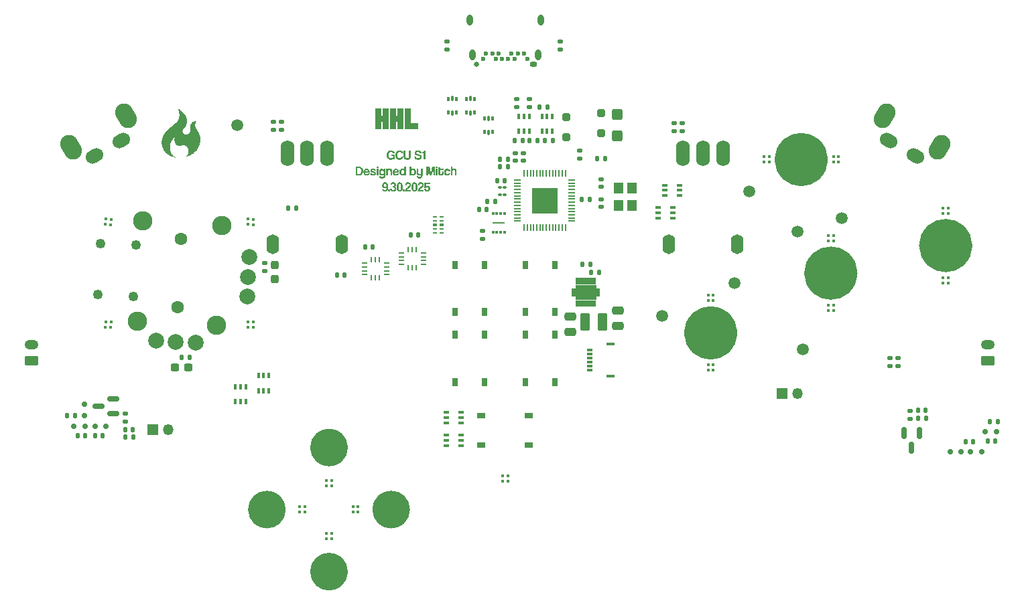
<source format=gbr>
%TF.GenerationSoftware,KiCad,Pcbnew,9.0.3*%
%TF.CreationDate,2025-09-30T10:12:44-07:00*%
%TF.ProjectId,UGC_Main_S1,5547435f-4d61-4696-9e5f-53312e6b6963,rev?*%
%TF.SameCoordinates,Original*%
%TF.FileFunction,Soldermask,Top*%
%TF.FilePolarity,Negative*%
%FSLAX46Y46*%
G04 Gerber Fmt 4.6, Leading zero omitted, Abs format (unit mm)*
G04 Created by KiCad (PCBNEW 9.0.3) date 2025-09-30 10:12:44*
%MOMM*%
%LPD*%
G01*
G04 APERTURE LIST*
G04 Aperture macros list*
%AMRoundRect*
0 Rectangle with rounded corners*
0 $1 Rounding radius*
0 $2 $3 $4 $5 $6 $7 $8 $9 X,Y pos of 4 corners*
0 Add a 4 corners polygon primitive as box body*
4,1,4,$2,$3,$4,$5,$6,$7,$8,$9,$2,$3,0*
0 Add four circle primitives for the rounded corners*
1,1,$1+$1,$2,$3*
1,1,$1+$1,$4,$5*
1,1,$1+$1,$6,$7*
1,1,$1+$1,$8,$9*
0 Add four rect primitives between the rounded corners*
20,1,$1+$1,$2,$3,$4,$5,0*
20,1,$1+$1,$4,$5,$6,$7,0*
20,1,$1+$1,$6,$7,$8,$9,0*
20,1,$1+$1,$8,$9,$2,$3,0*%
%AMHorizOval*
0 Thick line with rounded ends*
0 $1 width*
0 $2 $3 position (X,Y) of the first rounded end (center of the circle)*
0 $4 $5 position (X,Y) of the second rounded end (center of the circle)*
0 Add line between two ends*
20,1,$1,$2,$3,$4,$5,0*
0 Add two circle primitives to create the rounded ends*
1,1,$1,$2,$3*
1,1,$1,$4,$5*%
%AMRotRect*
0 Rectangle, with rotation*
0 The origin of the aperture is its center*
0 $1 length*
0 $2 width*
0 $3 Rotation angle, in degrees counterclockwise*
0 Add horizontal line*
21,1,$1,$2,0,0,$3*%
G04 Aperture macros list end*
%ADD10C,0.000000*%
%ADD11C,0.250000*%
%ADD12C,0.025000*%
%ADD13C,3.356250*%
%ADD14C,2.400000*%
%ADD15C,0.010000*%
%ADD16RoundRect,0.135000X-0.185000X0.135000X-0.185000X-0.135000X0.185000X-0.135000X0.185000X0.135000X0*%
%ADD17RoundRect,0.135000X0.135000X0.185000X-0.135000X0.185000X-0.135000X-0.185000X0.135000X-0.185000X0*%
%ADD18R,0.370000X0.370000*%
%ADD19RoundRect,0.250000X0.475000X-0.250000X0.475000X0.250000X-0.475000X0.250000X-0.475000X-0.250000X0*%
%ADD20RoundRect,0.135000X0.185000X-0.135000X0.185000X0.135000X-0.185000X0.135000X-0.185000X-0.135000X0*%
%ADD21RoundRect,0.135000X-0.135000X-0.185000X0.135000X-0.185000X0.135000X0.185000X-0.135000X0.185000X0*%
%ADD22R,0.565000X0.200000*%
%ADD23R,0.565000X0.400000*%
%ADD24RoundRect,0.140000X0.140000X0.170000X-0.140000X0.170000X-0.140000X-0.170000X0.140000X-0.170000X0*%
%ADD25RoundRect,0.093750X-0.093750X0.156250X-0.093750X-0.156250X0.093750X-0.156250X0.093750X0.156250X0*%
%ADD26RoundRect,0.075000X-0.075000X0.250000X-0.075000X-0.250000X0.075000X-0.250000X0.075000X0.250000X0*%
%ADD27RoundRect,0.140000X-0.140000X-0.170000X0.140000X-0.170000X0.140000X0.170000X-0.140000X0.170000X0*%
%ADD28R,1.350000X1.350000*%
%ADD29O,1.350000X1.350000*%
%ADD30RoundRect,0.250000X0.375000X0.850000X-0.375000X0.850000X-0.375000X-0.850000X0.375000X-0.850000X0*%
%ADD31R,0.745000X0.280000*%
%ADD32R,0.280000X0.745000*%
%ADD33RoundRect,0.100000X-0.130000X-0.100000X0.130000X-0.100000X0.130000X0.100000X-0.130000X0.100000X0*%
%ADD34RoundRect,0.140000X0.170000X-0.140000X0.170000X0.140000X-0.170000X0.140000X-0.170000X-0.140000X0*%
%ADD35RoundRect,0.150000X0.150000X0.200000X-0.150000X0.200000X-0.150000X-0.200000X0.150000X-0.200000X0*%
%ADD36RoundRect,0.150000X0.587500X0.150000X-0.587500X0.150000X-0.587500X-0.150000X0.587500X-0.150000X0*%
%ADD37RoundRect,0.250000X-0.425000X0.450000X-0.425000X-0.450000X0.425000X-0.450000X0.425000X0.450000X0*%
%ADD38RotRect,0.370000X0.370000X357.000000*%
%ADD39C,2.450000*%
%ADD40C,1.600000*%
%ADD41C,1.250000*%
%ADD42C,2.000000*%
%ADD43RoundRect,0.140000X-0.170000X0.140000X-0.170000X-0.140000X0.170000X-0.140000X0.170000X0.140000X0*%
%ADD44RoundRect,0.250000X-0.475000X0.250000X-0.475000X-0.250000X0.475000X-0.250000X0.475000X0.250000X0*%
%ADD45HorizOval,2.250000X-0.250000X0.433013X0.250000X-0.433013X0*%
%ADD46HorizOval,1.700000X0.259808X0.150000X-0.259808X-0.150000X0*%
%ADD47RoundRect,0.150000X-0.200000X0.150000X-0.200000X-0.150000X0.200000X-0.150000X0.200000X0.150000X0*%
%ADD48HorizOval,2.250000X-0.250000X-0.433013X0.250000X0.433013X0*%
%ADD49HorizOval,1.700000X0.259808X-0.150000X-0.259808X0.150000X0*%
%ADD50RoundRect,0.150000X-0.150000X-0.200000X0.150000X-0.200000X0.150000X0.200000X-0.150000X0.200000X0*%
%ADD51R,0.750000X1.000000*%
%ADD52RoundRect,0.150000X-0.150000X0.587500X-0.150000X-0.587500X0.150000X-0.587500X0.150000X0.587500X0*%
%ADD53C,1.500000*%
%ADD54RoundRect,0.100000X-0.225000X-0.100000X0.225000X-0.100000X0.225000X0.100000X-0.225000X0.100000X0*%
%ADD55RoundRect,0.050000X0.050000X-0.387500X0.050000X0.387500X-0.050000X0.387500X-0.050000X-0.387500X0*%
%ADD56RoundRect,0.050000X0.387500X-0.050000X0.387500X0.050000X-0.387500X0.050000X-0.387500X-0.050000X0*%
%ADD57R,3.200000X3.200000*%
%ADD58RoundRect,0.100000X0.100000X-0.225000X0.100000X0.225000X-0.100000X0.225000X-0.100000X-0.225000X0*%
%ADD59RoundRect,0.100000X0.225000X0.100000X-0.225000X0.100000X-0.225000X-0.100000X0.225000X-0.100000X0*%
%ADD60R,1.000000X0.750000*%
%ADD61R,1.200000X1.400000*%
%ADD62RoundRect,0.237500X-0.300000X-0.237500X0.300000X-0.237500X0.300000X0.237500X-0.300000X0.237500X0*%
%ADD63RoundRect,0.250000X-0.250000X0.250000X-0.250000X-0.250000X0.250000X-0.250000X0.250000X0.250000X0*%
%ADD64RoundRect,0.093750X0.093750X-0.156250X0.093750X0.156250X-0.093750X0.156250X-0.093750X-0.156250X0*%
%ADD65RoundRect,0.075000X0.075000X-0.250000X0.075000X0.250000X-0.075000X0.250000X-0.075000X-0.250000X0*%
%ADD66RoundRect,0.237500X0.237500X-0.300000X0.237500X0.300000X-0.237500X0.300000X-0.237500X-0.300000X0*%
%ADD67R,0.700000X0.300000*%
%ADD68R,1.000000X0.300000*%
%ADD69RoundRect,0.250000X0.250000X-0.250000X0.250000X0.250000X-0.250000X0.250000X-0.250000X-0.250000X0*%
%ADD70R,0.300000X0.400000*%
%ADD71R,1.600000X0.200000*%
%ADD72O,1.772000X3.250000*%
%ADD73C,0.650000*%
%ADD74O,0.950000X0.650000*%
%ADD75C,0.600000*%
%ADD76O,0.800000X1.400000*%
%ADD77RoundRect,0.250000X0.625000X-0.350000X0.625000X0.350000X-0.625000X0.350000X-0.625000X-0.350000X0*%
%ADD78O,1.750000X1.200000*%
%ADD79O,1.600000X2.500000*%
G04 APERTURE END LIST*
D10*
G36*
X177287240Y-95818628D02*
G01*
X177410546Y-95902220D01*
X177524581Y-95987170D01*
X177629594Y-96073306D01*
X177725834Y-96160454D01*
X177813548Y-96248442D01*
X177892985Y-96337096D01*
X177964393Y-96426243D01*
X178028020Y-96515710D01*
X178084116Y-96605323D01*
X178132927Y-96694909D01*
X178174703Y-96784296D01*
X178209691Y-96873310D01*
X178238141Y-96961777D01*
X178260299Y-97049525D01*
X178276415Y-97136380D01*
X178286737Y-97222170D01*
X178291513Y-97306720D01*
X178290991Y-97389859D01*
X178285420Y-97471412D01*
X178275047Y-97551206D01*
X178260122Y-97629068D01*
X178240893Y-97704826D01*
X178217607Y-97778305D01*
X178190514Y-97849333D01*
X178159860Y-97917736D01*
X178125896Y-97983341D01*
X178088868Y-98045976D01*
X178049026Y-98105466D01*
X178006617Y-98161639D01*
X177961890Y-98214321D01*
X177915093Y-98263340D01*
X177893449Y-98285890D01*
X177873169Y-98308862D01*
X177854263Y-98332215D01*
X177836739Y-98355905D01*
X177820605Y-98379891D01*
X177805870Y-98404131D01*
X177792543Y-98428581D01*
X177780631Y-98453199D01*
X177770144Y-98477943D01*
X177761090Y-98502771D01*
X177753476Y-98527640D01*
X177747313Y-98552508D01*
X177742608Y-98577333D01*
X177739369Y-98602071D01*
X177737606Y-98626681D01*
X177737326Y-98651120D01*
X177738539Y-98675346D01*
X177741252Y-98699316D01*
X177745475Y-98722989D01*
X177751215Y-98746321D01*
X177758481Y-98769270D01*
X177767281Y-98791794D01*
X177777625Y-98813851D01*
X177789520Y-98835398D01*
X177802975Y-98856393D01*
X177817998Y-98876792D01*
X177834599Y-98896555D01*
X177852785Y-98915639D01*
X177872564Y-98934000D01*
X177893946Y-98951597D01*
X177916939Y-98968388D01*
X177941552Y-98984330D01*
X177973508Y-99001491D01*
X178006049Y-99015810D01*
X178039062Y-99027354D01*
X178072435Y-99036187D01*
X178106055Y-99042375D01*
X178139810Y-99045983D01*
X178173586Y-99047077D01*
X178207272Y-99045721D01*
X178240754Y-99041982D01*
X178273920Y-99035925D01*
X178306657Y-99027616D01*
X178338853Y-99017118D01*
X178370395Y-99004499D01*
X178401170Y-98989823D01*
X178431066Y-98973157D01*
X178459970Y-98954564D01*
X178487769Y-98934111D01*
X178514351Y-98911863D01*
X178539603Y-98887886D01*
X178563413Y-98862244D01*
X178585668Y-98835004D01*
X178606254Y-98806230D01*
X178625061Y-98775988D01*
X178641974Y-98744344D01*
X178656882Y-98711363D01*
X178669671Y-98677110D01*
X178680229Y-98641651D01*
X178688444Y-98605050D01*
X178694203Y-98567375D01*
X178697392Y-98528689D01*
X178697900Y-98489058D01*
X178695614Y-98448548D01*
X178687663Y-98327571D01*
X178686261Y-98212775D01*
X178688077Y-98157737D01*
X178691603Y-98104296D01*
X178696863Y-98052468D01*
X178703883Y-98002271D01*
X178712684Y-97953720D01*
X178723293Y-97906834D01*
X178735734Y-97861629D01*
X178750030Y-97818122D01*
X178766205Y-97776330D01*
X178784285Y-97736269D01*
X178804292Y-97697958D01*
X178826252Y-97661413D01*
X178850189Y-97626650D01*
X178876127Y-97593688D01*
X178904089Y-97562542D01*
X178934101Y-97533230D01*
X178966186Y-97505768D01*
X179000370Y-97480174D01*
X179036675Y-97456465D01*
X179075126Y-97434657D01*
X179115748Y-97414767D01*
X179158564Y-97396813D01*
X179203599Y-97380812D01*
X179250878Y-97366780D01*
X179300423Y-97354734D01*
X179352260Y-97344691D01*
X179406413Y-97336669D01*
X179462906Y-97330684D01*
X179418974Y-97418912D01*
X179383602Y-97502740D01*
X179356321Y-97582500D01*
X179336660Y-97658519D01*
X179324151Y-97731128D01*
X179318322Y-97800655D01*
X179318704Y-97867431D01*
X179324827Y-97931784D01*
X179336220Y-97994044D01*
X179352415Y-98054541D01*
X179372941Y-98113604D01*
X179397329Y-98171563D01*
X179425107Y-98228746D01*
X179455807Y-98285483D01*
X179524091Y-98398939D01*
X179675038Y-98634997D01*
X179750182Y-98762870D01*
X179786026Y-98830421D01*
X179820093Y-98900820D01*
X179851912Y-98974398D01*
X179881013Y-99051483D01*
X179906927Y-99132405D01*
X179929182Y-99217493D01*
X179947310Y-99307078D01*
X179960841Y-99401487D01*
X179969303Y-99501052D01*
X179972229Y-99606100D01*
X179965651Y-99772703D01*
X179945654Y-99943948D01*
X179911840Y-100118118D01*
X179863812Y-100293500D01*
X179801172Y-100468378D01*
X179723523Y-100641037D01*
X179678946Y-100725999D01*
X179630468Y-100809762D01*
X179578040Y-100892114D01*
X179521610Y-100972838D01*
X179461131Y-101051722D01*
X179396552Y-101128551D01*
X179327823Y-101203110D01*
X179254895Y-101275184D01*
X179177719Y-101344561D01*
X179096244Y-101411024D01*
X179010421Y-101474360D01*
X178920200Y-101534355D01*
X178825532Y-101590793D01*
X178726367Y-101643461D01*
X178622655Y-101692145D01*
X178514346Y-101736629D01*
X178401392Y-101776700D01*
X178283742Y-101812143D01*
X178161347Y-101842744D01*
X178034156Y-101868288D01*
X178092622Y-101838385D01*
X178146552Y-101805798D01*
X178196065Y-101770634D01*
X178241275Y-101732999D01*
X178282300Y-101693000D01*
X178319255Y-101650743D01*
X178352257Y-101606335D01*
X178381421Y-101559883D01*
X178406866Y-101511493D01*
X178428705Y-101461271D01*
X178447057Y-101409325D01*
X178462037Y-101355761D01*
X178473761Y-101300685D01*
X178482346Y-101244204D01*
X178487907Y-101186425D01*
X178490562Y-101127454D01*
X178490684Y-101084237D01*
X178488594Y-101041466D01*
X178484325Y-100999241D01*
X178477914Y-100957659D01*
X178469396Y-100916817D01*
X178458805Y-100876816D01*
X178446178Y-100837751D01*
X178431548Y-100799723D01*
X178414951Y-100762827D01*
X178396422Y-100727164D01*
X178375997Y-100692830D01*
X178353710Y-100659925D01*
X178329597Y-100628545D01*
X178303692Y-100598790D01*
X178276031Y-100570757D01*
X178246650Y-100544544D01*
X178215582Y-100520250D01*
X178182863Y-100497973D01*
X178148529Y-100477810D01*
X178112614Y-100459860D01*
X178075153Y-100444220D01*
X178036183Y-100430990D01*
X177995737Y-100420267D01*
X177953851Y-100412149D01*
X177910560Y-100406735D01*
X177865899Y-100404122D01*
X177819904Y-100404408D01*
X177772609Y-100407692D01*
X177724049Y-100414072D01*
X177674260Y-100423646D01*
X177623277Y-100436511D01*
X177571135Y-100452767D01*
X177517533Y-100468651D01*
X177464699Y-100480388D01*
X177412745Y-100488055D01*
X177361781Y-100491731D01*
X177311916Y-100491492D01*
X177263261Y-100487416D01*
X177215927Y-100479580D01*
X177170023Y-100468063D01*
X177125659Y-100452941D01*
X177082946Y-100434292D01*
X177041995Y-100412194D01*
X177002914Y-100386724D01*
X176965815Y-100357960D01*
X176930808Y-100325979D01*
X176898002Y-100290858D01*
X176867509Y-100252676D01*
X176839438Y-100211509D01*
X176813899Y-100167435D01*
X176791004Y-100120533D01*
X176770861Y-100070878D01*
X176753582Y-100018549D01*
X176739275Y-99963624D01*
X176728053Y-99906179D01*
X176720024Y-99846292D01*
X176715300Y-99784042D01*
X176713990Y-99719504D01*
X176716204Y-99652758D01*
X176722053Y-99583879D01*
X176731647Y-99512947D01*
X176745095Y-99440038D01*
X176762510Y-99365230D01*
X176784000Y-99288600D01*
X176696840Y-99370045D01*
X176616379Y-99454217D01*
X176542534Y-99540860D01*
X176475220Y-99629716D01*
X176414355Y-99720530D01*
X176359854Y-99813045D01*
X176311635Y-99907003D01*
X176269613Y-100002148D01*
X176233705Y-100098224D01*
X176203827Y-100194973D01*
X176179896Y-100292138D01*
X176161829Y-100389463D01*
X176149541Y-100486692D01*
X176142949Y-100583566D01*
X176141970Y-100679831D01*
X176146519Y-100775228D01*
X176156515Y-100869501D01*
X176171872Y-100962393D01*
X176192507Y-101053648D01*
X176218337Y-101143009D01*
X176249278Y-101230219D01*
X176285246Y-101315021D01*
X176326159Y-101397158D01*
X176371932Y-101476374D01*
X176422482Y-101552412D01*
X176477725Y-101625015D01*
X176537578Y-101693926D01*
X176601957Y-101758889D01*
X176670778Y-101819647D01*
X176743959Y-101875942D01*
X176821415Y-101927519D01*
X176903062Y-101974121D01*
X176710463Y-101925610D01*
X176530569Y-101869659D01*
X176363063Y-101806695D01*
X176207627Y-101737146D01*
X176063944Y-101661439D01*
X175931697Y-101580003D01*
X175810569Y-101493264D01*
X175700242Y-101401650D01*
X175600398Y-101305588D01*
X175510722Y-101205507D01*
X175430894Y-101101833D01*
X175360598Y-100994995D01*
X175299517Y-100885419D01*
X175247333Y-100773534D01*
X175203729Y-100659766D01*
X175168388Y-100544544D01*
X175140992Y-100428295D01*
X175121223Y-100311446D01*
X175108766Y-100194426D01*
X175103301Y-100077661D01*
X175104513Y-99961579D01*
X175112083Y-99846607D01*
X175125695Y-99733174D01*
X175145030Y-99621707D01*
X175169772Y-99512632D01*
X175199604Y-99406379D01*
X175234207Y-99303374D01*
X175273265Y-99204045D01*
X175316461Y-99108819D01*
X175363476Y-99018124D01*
X175413994Y-98932388D01*
X175467698Y-98852038D01*
X175552864Y-98738921D01*
X175641770Y-98632335D01*
X175733815Y-98531679D01*
X175828399Y-98436353D01*
X175924921Y-98345754D01*
X176022780Y-98259283D01*
X176121376Y-98176339D01*
X176220107Y-98096322D01*
X176604372Y-97793498D01*
X176694771Y-97719100D01*
X176781700Y-97644024D01*
X176864560Y-97567669D01*
X176942750Y-97489434D01*
X177009803Y-97416263D01*
X177071760Y-97340321D01*
X177128174Y-97261163D01*
X177178601Y-97178342D01*
X177222594Y-97091412D01*
X177259707Y-96999929D01*
X177289495Y-96903446D01*
X177311513Y-96801517D01*
X177325314Y-96693697D01*
X177330452Y-96579541D01*
X177326483Y-96458602D01*
X177312960Y-96330435D01*
X177289437Y-96194594D01*
X177255470Y-96050633D01*
X177210611Y-95898107D01*
X177154416Y-95736569D01*
X177287240Y-95818628D01*
G37*
D11*
G36*
X204566200Y-102200900D02*
G01*
X204566200Y-101597059D01*
X204096155Y-101597059D01*
X204096155Y-101788228D01*
X204343084Y-101788228D01*
X204334067Y-101852448D01*
X204307332Y-101912700D01*
X204263833Y-101965412D01*
X204236445Y-101987594D01*
X204205904Y-102006243D01*
X204172839Y-102020877D01*
X204137340Y-102031298D01*
X204073293Y-102038308D01*
X204034923Y-102036017D01*
X203999323Y-102029358D01*
X203935654Y-102003889D01*
X203880866Y-101962754D01*
X203834676Y-101905586D01*
X203798309Y-101831904D01*
X203774456Y-101742989D01*
X203766500Y-101649815D01*
X203768814Y-101588808D01*
X203775633Y-101532503D01*
X203786297Y-101482739D01*
X203800811Y-101437463D01*
X203818264Y-101398175D01*
X203838982Y-101363152D01*
X203862009Y-101333362D01*
X203887825Y-101307665D01*
X203915750Y-101286466D01*
X203946107Y-101269302D01*
X204013716Y-101247238D01*
X204074979Y-101241612D01*
X204146406Y-101250548D01*
X204212939Y-101276846D01*
X204242311Y-101295806D01*
X204268117Y-101318059D01*
X204289301Y-101342509D01*
X204306117Y-101369359D01*
X204317550Y-101396610D01*
X204324234Y-101425386D01*
X204324839Y-101430143D01*
X204564661Y-101430143D01*
X204549295Y-101347052D01*
X204516641Y-101270675D01*
X204467296Y-101202101D01*
X204401838Y-101142997D01*
X204321260Y-101095565D01*
X204227295Y-101062268D01*
X204176014Y-101051653D01*
X204122452Y-101045417D01*
X204074979Y-101043702D01*
X204017525Y-101046015D01*
X203963143Y-101052825D01*
X203912231Y-101063839D01*
X203864374Y-101078905D01*
X203819572Y-101097842D01*
X203777859Y-101120457D01*
X203703063Y-101176610D01*
X203639923Y-101247002D01*
X203588996Y-101331526D01*
X203551479Y-101429949D01*
X203529053Y-101541480D01*
X203523234Y-101639777D01*
X203532444Y-101755553D01*
X203543911Y-101812243D01*
X203559780Y-101867167D01*
X203579800Y-101919641D01*
X203603917Y-101969559D01*
X203631361Y-102015550D01*
X203662484Y-102058327D01*
X203695938Y-102096255D01*
X203732607Y-102130489D01*
X203770740Y-102159568D01*
X203811639Y-102184624D01*
X203853474Y-102204638D01*
X203897690Y-102220387D01*
X203942699Y-102231321D01*
X203989783Y-102237759D01*
X204031308Y-102239515D01*
X204084590Y-102237210D01*
X204135280Y-102230455D01*
X204182781Y-102219505D01*
X204226622Y-102204592D01*
X204265007Y-102186639D01*
X204298987Y-102165423D01*
X204326420Y-102142751D01*
X204349153Y-102117576D01*
X204363600Y-102095900D01*
X204368363Y-102202000D01*
X204566200Y-102200900D01*
G37*
G36*
X205390886Y-101813214D02*
G01*
X205378261Y-101857718D01*
X205361863Y-101897451D01*
X205343471Y-101929608D01*
X205321855Y-101957547D01*
X205298557Y-101979895D01*
X205272368Y-101998345D01*
X205212740Y-102022853D01*
X205139047Y-102031567D01*
X205100761Y-102029239D01*
X205065410Y-102022324D01*
X205034255Y-102011474D01*
X205005797Y-101996586D01*
X204957361Y-101955504D01*
X204918579Y-101897822D01*
X204889672Y-101820468D01*
X204872540Y-101719443D01*
X204869183Y-101640803D01*
X204871538Y-101575288D01*
X204878644Y-101515007D01*
X204889314Y-101464825D01*
X204904030Y-101419402D01*
X204921062Y-101382208D01*
X204941548Y-101349302D01*
X204963719Y-101322692D01*
X204988933Y-101300034D01*
X205015996Y-101282128D01*
X205045909Y-101268071D01*
X205114116Y-101251954D01*
X205150771Y-101250039D01*
X205216375Y-101259227D01*
X205276496Y-101286240D01*
X205303493Y-101306085D01*
X205327961Y-101329955D01*
X205349456Y-101357569D01*
X205367751Y-101388884D01*
X205390886Y-101451612D01*
X205628803Y-101451612D01*
X205621890Y-101404418D01*
X205610516Y-101358933D01*
X205594882Y-101315644D01*
X205575051Y-101274576D01*
X205551377Y-101236346D01*
X205523796Y-101200809D01*
X205492814Y-101168595D01*
X205458224Y-101139508D01*
X205420608Y-101114084D01*
X205379668Y-101092190D01*
X205335957Y-101074227D01*
X205289178Y-101060189D01*
X205239758Y-101050357D01*
X205187497Y-101044856D01*
X205149085Y-101043702D01*
X205094492Y-101046030D01*
X205042407Y-101052949D01*
X204993887Y-101064087D01*
X204947960Y-101079446D01*
X204905287Y-101098637D01*
X204865313Y-101121754D01*
X204794108Y-101179102D01*
X204734328Y-101251387D01*
X204686492Y-101339010D01*
X204651733Y-101442607D01*
X204631733Y-101562759D01*
X204627603Y-101654212D01*
X204629915Y-101720223D01*
X204636725Y-101782399D01*
X204647650Y-101839910D01*
X204662573Y-101893652D01*
X204681073Y-101943052D01*
X204703123Y-101988727D01*
X204728372Y-102030405D01*
X204756775Y-102068362D01*
X204788188Y-102102610D01*
X204822410Y-102133090D01*
X204899336Y-102183053D01*
X204987101Y-102217858D01*
X205085217Y-102236565D01*
X205145715Y-102239515D01*
X205197501Y-102237196D01*
X205246883Y-102230340D01*
X205293395Y-102219212D01*
X205337376Y-102203922D01*
X205378699Y-102184644D01*
X205417335Y-102161511D01*
X205486682Y-102103799D01*
X205544913Y-102031040D01*
X205590984Y-101943308D01*
X205623341Y-101840822D01*
X205629023Y-101813214D01*
X205390886Y-101813214D01*
G37*
G36*
X206330610Y-101827429D02*
G01*
X206328261Y-101870162D01*
X206321198Y-101908037D01*
X206310820Y-101937940D01*
X206296604Y-101963993D01*
X206279761Y-101984963D01*
X206259509Y-102002598D01*
X206208721Y-102027969D01*
X206139741Y-102040651D01*
X206109546Y-102041678D01*
X206075237Y-102039364D01*
X206043890Y-102032542D01*
X206016529Y-102021847D01*
X205992124Y-102007281D01*
X205952921Y-101967694D01*
X205926001Y-101913656D01*
X205912843Y-101843971D01*
X205912002Y-101819002D01*
X205912002Y-101081218D01*
X205670422Y-101081218D01*
X205670422Y-101840838D01*
X205672745Y-101893605D01*
X205679625Y-101942533D01*
X205690417Y-101985981D01*
X205705184Y-102025919D01*
X205723297Y-102061497D01*
X205744968Y-102093776D01*
X205798277Y-102148294D01*
X205865816Y-102190648D01*
X205949352Y-102220728D01*
X206051163Y-102237147D01*
X206112917Y-102239515D01*
X206176363Y-102237175D01*
X206235525Y-102230169D01*
X206287226Y-102219330D01*
X206334946Y-102204397D01*
X206376365Y-102186511D01*
X206414064Y-102164994D01*
X206446656Y-102140963D01*
X206475692Y-102113625D01*
X206500609Y-102083673D01*
X206521994Y-102050581D01*
X206553981Y-101974835D01*
X206571249Y-101884370D01*
X206573876Y-101827429D01*
X206573876Y-101081218D01*
X206330610Y-101081218D01*
X206330610Y-101827429D01*
G37*
G36*
X207916674Y-101414683D02*
G01*
X207912537Y-101369201D01*
X207903841Y-101325836D01*
X207891037Y-101285805D01*
X207874013Y-101248161D01*
X207853291Y-101213770D01*
X207828620Y-101182024D01*
X207800372Y-101153388D01*
X207768358Y-101127682D01*
X207732600Y-101105061D01*
X207693169Y-101085714D01*
X207602461Y-101057303D01*
X207495443Y-101044284D01*
X207465680Y-101043702D01*
X207407557Y-101046012D01*
X207353854Y-101052802D01*
X207305902Y-101063494D01*
X207262132Y-101078026D01*
X207223461Y-101095723D01*
X207188776Y-101116713D01*
X207158504Y-101140442D01*
X207132107Y-101167025D01*
X207090942Y-101228094D01*
X207065015Y-101299864D01*
X207055176Y-101382620D01*
X207055132Y-101388817D01*
X207057457Y-101432426D01*
X207064350Y-101472117D01*
X207075032Y-101506444D01*
X207089631Y-101537654D01*
X207129881Y-101591269D01*
X207187346Y-101636903D01*
X207243004Y-101666448D01*
X207350236Y-101704666D01*
X207549211Y-101752251D01*
X207603721Y-101766468D01*
X207645872Y-101782623D01*
X207672943Y-101797914D01*
X207693007Y-101814765D01*
X207705965Y-101831642D01*
X207714410Y-101849955D01*
X207720376Y-101891103D01*
X207718050Y-101919402D01*
X207711142Y-101945152D01*
X207700341Y-101967314D01*
X207685538Y-101986951D01*
X207644093Y-102018397D01*
X207584431Y-102039235D01*
X207506053Y-102046734D01*
X207460603Y-102044418D01*
X207419093Y-102037580D01*
X207383495Y-102027032D01*
X207351922Y-102012689D01*
X207325971Y-101995765D01*
X207304008Y-101975701D01*
X207286895Y-101953665D01*
X207273776Y-101928971D01*
X207260255Y-101872922D01*
X207259637Y-101861867D01*
X207029853Y-101861867D01*
X207033123Y-101909057D01*
X207040854Y-101953049D01*
X207052564Y-101992977D01*
X207068223Y-102029870D01*
X207110483Y-102094248D01*
X207167485Y-102147455D01*
X207240177Y-102189755D01*
X207330076Y-102220260D01*
X207438571Y-102237050D01*
X207504368Y-102239515D01*
X207568673Y-102237155D01*
X207629402Y-102230011D01*
X207682179Y-102219029D01*
X207731217Y-102203778D01*
X207772961Y-102185808D01*
X207810980Y-102164064D01*
X207842870Y-102140321D01*
X207871091Y-102113192D01*
X207894358Y-102084181D01*
X207913939Y-102052017D01*
X207929350Y-102017479D01*
X207940901Y-101979849D01*
X207951768Y-101894806D01*
X207951919Y-101882750D01*
X207949633Y-101837708D01*
X207943009Y-101797626D01*
X207932684Y-101762892D01*
X207918882Y-101732180D01*
X207881322Y-101680544D01*
X207829015Y-101638328D01*
X207775771Y-101610101D01*
X207668830Y-101571222D01*
X207444431Y-101512502D01*
X207387779Y-101496269D01*
X207343508Y-101477809D01*
X207317177Y-101461581D01*
X207297375Y-101443363D01*
X207285099Y-101425572D01*
X207277250Y-101405850D01*
X207273192Y-101373650D01*
X207275532Y-101348192D01*
X207282529Y-101325367D01*
X207293310Y-101306393D01*
X207308143Y-101289859D01*
X207350596Y-101264037D01*
X207414740Y-101248257D01*
X207470736Y-101244983D01*
X207518126Y-101247339D01*
X207559404Y-101254456D01*
X207590660Y-101264648D01*
X207617489Y-101278589D01*
X207638398Y-101294797D01*
X207655741Y-101314266D01*
X207679994Y-101362773D01*
X207690408Y-101414683D01*
X207916674Y-101414683D01*
G37*
G36*
X208423063Y-102202000D02*
G01*
X208423063Y-101081218D01*
X208240540Y-101081218D01*
X208233501Y-101124582D01*
X208221531Y-101162297D01*
X208208005Y-101188208D01*
X208190464Y-101210633D01*
X208170525Y-101228141D01*
X208146565Y-101242764D01*
X208083941Y-101263736D01*
X207991735Y-101273245D01*
X207971483Y-101273486D01*
X207971483Y-101429411D01*
X208199947Y-101429411D01*
X208199947Y-102202000D01*
X208423063Y-102202000D01*
G37*
G36*
X200065774Y-103098884D02*
G01*
X200167568Y-103115318D01*
X200258812Y-103148173D01*
X200338813Y-103196267D01*
X200406907Y-103258773D01*
X200436263Y-103295298D01*
X200462267Y-103335203D01*
X200484873Y-103378642D01*
X200503772Y-103425313D01*
X200518920Y-103475578D01*
X200529970Y-103528944D01*
X200536808Y-103585929D01*
X200539124Y-103645885D01*
X200537728Y-103695267D01*
X200522000Y-103813009D01*
X200490358Y-103916985D01*
X200444755Y-104006300D01*
X200386939Y-104080464D01*
X200318276Y-104139203D01*
X200239685Y-104182193D01*
X200196824Y-104197611D01*
X200151702Y-104208813D01*
X200104198Y-104215679D01*
X200054644Y-104218000D01*
X199585258Y-104218000D01*
X199585258Y-104023533D01*
X199816727Y-104023533D01*
X200007603Y-104023533D01*
X200048015Y-104021709D01*
X200120531Y-104006607D01*
X200178337Y-103977272D01*
X200203156Y-103956735D01*
X200224887Y-103932441D01*
X200244807Y-103902261D01*
X200261333Y-103867777D01*
X200275793Y-103824480D01*
X200286276Y-103775890D01*
X200293488Y-103714297D01*
X200295858Y-103645885D01*
X200293467Y-103578093D01*
X200278896Y-103484910D01*
X200253113Y-103417119D01*
X200216216Y-103366839D01*
X200192421Y-103346482D01*
X200165197Y-103329683D01*
X200131353Y-103315247D01*
X200093143Y-103304799D01*
X200043405Y-103297509D01*
X199987453Y-103295128D01*
X199816727Y-103295128D01*
X199816727Y-104023533D01*
X199585258Y-104023533D01*
X199585258Y-103097218D01*
X200019327Y-103097218D01*
X200065774Y-103098884D01*
G37*
G36*
X201047331Y-103367244D02*
G01*
X201131470Y-103384536D01*
X201202092Y-103416658D01*
X201233176Y-103438376D01*
X201261407Y-103463861D01*
X201287438Y-103493995D01*
X201310402Y-103528108D01*
X201331206Y-103568257D01*
X201348563Y-103612798D01*
X201363225Y-103665068D01*
X201373907Y-103722314D01*
X201380890Y-103789109D01*
X201383228Y-103861600D01*
X200813824Y-103861600D01*
X200825665Y-103931499D01*
X200851763Y-103987975D01*
X200889450Y-104029020D01*
X200912237Y-104043812D01*
X200937574Y-104054674D01*
X200965691Y-104061452D01*
X200996127Y-104063760D01*
X201036639Y-104059690D01*
X201087204Y-104040608D01*
X201122660Y-104010162D01*
X201142160Y-103971363D01*
X201372237Y-103971363D01*
X201347772Y-104035346D01*
X201327382Y-104072704D01*
X201303690Y-104106532D01*
X201276808Y-104136818D01*
X201246953Y-104163412D01*
X201213897Y-104186489D01*
X201178153Y-104205636D01*
X201139139Y-104221030D01*
X201097706Y-104232182D01*
X201053038Y-104239116D01*
X201006239Y-104241447D01*
X200946337Y-104238874D01*
X200853215Y-104222160D01*
X200776967Y-104191482D01*
X200714542Y-104147264D01*
X200687696Y-104119518D01*
X200664117Y-104088210D01*
X200642997Y-104051749D01*
X200625438Y-104011422D01*
X200610667Y-103964262D01*
X200599936Y-103912735D01*
X200592906Y-103852427D01*
X200590562Y-103787082D01*
X200592174Y-103741522D01*
X200595807Y-103719158D01*
X200820565Y-103719158D01*
X201153297Y-103719158D01*
X201148387Y-103676083D01*
X201139786Y-103646458D01*
X201127491Y-103620584D01*
X201111247Y-103597618D01*
X201091974Y-103578664D01*
X201068873Y-103562974D01*
X201043529Y-103551702D01*
X201015379Y-103544628D01*
X200986089Y-103542277D01*
X200952742Y-103545685D01*
X200903329Y-103565451D01*
X200881816Y-103581600D01*
X200862913Y-103601711D01*
X200846946Y-103625688D01*
X200834327Y-103653323D01*
X200825395Y-103684563D01*
X200820565Y-103719158D01*
X200595807Y-103719158D01*
X200607865Y-103644939D01*
X200638568Y-103562885D01*
X200682791Y-103494819D01*
X200739905Y-103440335D01*
X200773432Y-103418149D01*
X200810095Y-103399613D01*
X200850541Y-103384633D01*
X200894089Y-103373701D01*
X200941870Y-103366838D01*
X200992757Y-103364517D01*
X201047331Y-103367244D01*
G37*
G36*
X202165269Y-103641415D02*
G01*
X202159897Y-103595822D01*
X202149952Y-103554211D01*
X202136846Y-103519905D01*
X202119757Y-103488940D01*
X202099877Y-103462796D01*
X202076274Y-103439679D01*
X202018248Y-103402937D01*
X201941948Y-103377716D01*
X201841671Y-103365307D01*
X201804986Y-103364517D01*
X201743572Y-103366816D01*
X201688757Y-103373527D01*
X201642404Y-103383788D01*
X201601666Y-103397574D01*
X201567653Y-103413904D01*
X201538473Y-103433049D01*
X201514433Y-103454303D01*
X201494699Y-103477848D01*
X201467309Y-103531624D01*
X201455360Y-103595461D01*
X201454888Y-103612180D01*
X201457347Y-103649239D01*
X201465178Y-103684504D01*
X201476695Y-103713175D01*
X201493098Y-103740260D01*
X201513351Y-103764157D01*
X201538659Y-103786443D01*
X201560108Y-103801370D01*
X201638609Y-103839580D01*
X201765081Y-103878340D01*
X201836347Y-103896185D01*
X201883676Y-103908751D01*
X201923774Y-103924674D01*
X201952727Y-103946901D01*
X201961801Y-103961299D01*
X201966622Y-103978378D01*
X201967286Y-103988436D01*
X201965013Y-104006819D01*
X201958482Y-104022672D01*
X201933818Y-104047592D01*
X201890707Y-104065036D01*
X201823451Y-104072187D01*
X201783770Y-104069866D01*
X201748780Y-104062997D01*
X201721119Y-104052839D01*
X201697905Y-104039095D01*
X201680749Y-104023449D01*
X201667719Y-104004968D01*
X201659278Y-103984676D01*
X201654966Y-103961932D01*
X201654410Y-103949528D01*
X201424553Y-103949528D01*
X201427642Y-103987059D01*
X201435318Y-104022710D01*
X201447186Y-104055564D01*
X201463307Y-104086295D01*
X201507630Y-104140345D01*
X201568564Y-104184481D01*
X201647168Y-104217455D01*
X201744696Y-104237106D01*
X201825136Y-104241447D01*
X201884144Y-104239125D01*
X201938168Y-104232251D01*
X201984671Y-104221667D01*
X202026575Y-104207239D01*
X202061980Y-104190126D01*
X202093145Y-104169766D01*
X202118993Y-104147287D01*
X202140846Y-104122001D01*
X202171949Y-104064527D01*
X202187187Y-103996455D01*
X202188643Y-103965281D01*
X202186321Y-103926659D01*
X202179445Y-103892462D01*
X202169023Y-103864213D01*
X202154854Y-103839278D01*
X202115880Y-103798412D01*
X202058834Y-103765555D01*
X202051110Y-103762316D01*
X201952017Y-103730976D01*
X201899939Y-103717224D01*
X201803960Y-103691314D01*
X201729637Y-103666573D01*
X201703807Y-103653253D01*
X201685482Y-103638043D01*
X201676266Y-103624025D01*
X201671719Y-103607758D01*
X201671190Y-103599064D01*
X201673515Y-103581792D01*
X201680413Y-103567302D01*
X201705749Y-103546996D01*
X201752991Y-103534647D01*
X201798245Y-103532166D01*
X201843255Y-103534636D01*
X201879463Y-103542549D01*
X201901144Y-103552422D01*
X201918660Y-103566041D01*
X201940941Y-103601705D01*
X201950726Y-103641415D01*
X202165269Y-103641415D01*
G37*
G36*
X202473821Y-104218000D02*
G01*
X202473821Y-103387965D01*
X202250705Y-103387965D01*
X202250705Y-104218000D01*
X202473821Y-104218000D01*
G37*
G36*
X202473821Y-103291171D02*
G01*
X202473821Y-103083150D01*
X202250705Y-103083150D01*
X202250705Y-103291171D01*
X202473821Y-103291171D01*
G37*
G36*
X202980803Y-103370612D02*
G01*
X203045857Y-103392330D01*
X203074294Y-103409039D01*
X203099948Y-103429591D01*
X203123658Y-103454992D01*
X203144341Y-103484465D01*
X203144341Y-103387965D01*
X203367383Y-103387965D01*
X203367383Y-104222030D01*
X203367010Y-104241381D01*
X203362937Y-104287351D01*
X203354553Y-104330390D01*
X203341986Y-104370715D01*
X203325502Y-104408001D01*
X203304879Y-104442873D01*
X203280652Y-104474505D01*
X203252115Y-104503719D01*
X203220256Y-104529398D01*
X203183944Y-104552273D01*
X203144629Y-104571244D01*
X203101050Y-104586729D01*
X203054894Y-104597921D01*
X203005187Y-104604890D01*
X202953465Y-104607225D01*
X202941707Y-104607108D01*
X202843160Y-104596239D01*
X202757228Y-104569296D01*
X202685399Y-104528592D01*
X202628362Y-104476067D01*
X202586484Y-104412965D01*
X202571406Y-104377655D01*
X202560374Y-104339807D01*
X202553581Y-104299392D01*
X202551270Y-104256614D01*
X202759292Y-104256614D01*
X202763114Y-104295062D01*
X202770782Y-104320590D01*
X202782335Y-104343256D01*
X202798004Y-104363432D01*
X202817321Y-104380401D01*
X202841434Y-104394729D01*
X202869105Y-104405252D01*
X202902041Y-104412123D01*
X202938371Y-104414444D01*
X202944809Y-104414373D01*
X203013116Y-104404040D01*
X203068862Y-104378587D01*
X203109876Y-104341365D01*
X203135387Y-104294543D01*
X203142049Y-104267780D01*
X203144341Y-104238809D01*
X203144341Y-104114685D01*
X203119978Y-104151858D01*
X203097739Y-104171601D01*
X203070689Y-104188590D01*
X203037975Y-104203038D01*
X203001343Y-104213778D01*
X202919906Y-104222689D01*
X202915828Y-104222673D01*
X202868639Y-104220069D01*
X202825220Y-104213189D01*
X202785164Y-104202198D01*
X202748713Y-104187407D01*
X202714615Y-104168357D01*
X202684143Y-104145821D01*
X202655434Y-104118214D01*
X202630572Y-104087340D01*
X202607534Y-104050138D01*
X202588743Y-104009938D01*
X202572583Y-103962289D01*
X202561151Y-103912211D01*
X202553678Y-103854807D01*
X202551785Y-103808697D01*
X202782812Y-103808697D01*
X202783606Y-103833843D01*
X202797136Y-103909148D01*
X202824798Y-103968387D01*
X202863555Y-104011205D01*
X202911320Y-104037547D01*
X202938285Y-104044373D01*
X202966947Y-104046688D01*
X202976390Y-104046450D01*
X203004925Y-104042685D01*
X203031730Y-104034488D01*
X203056754Y-104021904D01*
X203079453Y-104005181D01*
X203099829Y-103984167D01*
X203117222Y-103959282D01*
X203131512Y-103930295D01*
X203142125Y-103897739D01*
X203148790Y-103861491D01*
X203151082Y-103822033D01*
X203149677Y-103777478D01*
X203136566Y-103694093D01*
X203112365Y-103635651D01*
X203078072Y-103595457D01*
X203056189Y-103580776D01*
X203031430Y-103570126D01*
X203000928Y-103563023D01*
X202966947Y-103560669D01*
X202952269Y-103561076D01*
X202895322Y-103572407D01*
X202850788Y-103598653D01*
X202831955Y-103618355D01*
X202816144Y-103642229D01*
X202802312Y-103673207D01*
X202792149Y-103709274D01*
X202785152Y-103755739D01*
X202782812Y-103808697D01*
X202551785Y-103808697D01*
X202551270Y-103796168D01*
X202551845Y-103769868D01*
X202556447Y-103718413D01*
X202565441Y-103669668D01*
X202578617Y-103623689D01*
X202595698Y-103580814D01*
X202616374Y-103541322D01*
X202640424Y-103505299D01*
X202697133Y-103444832D01*
X202763270Y-103400673D01*
X202836497Y-103373676D01*
X202914850Y-103364517D01*
X202980803Y-103370612D01*
G37*
G36*
X204211853Y-104218000D02*
G01*
X204211853Y-103642441D01*
X204209549Y-103599838D01*
X204202804Y-103560629D01*
X204192111Y-103525507D01*
X204177616Y-103493733D01*
X204159683Y-103465522D01*
X204138458Y-103440695D01*
X204086397Y-103400979D01*
X204021735Y-103375076D01*
X203944796Y-103364625D01*
X203935687Y-103364517D01*
X203888392Y-103366829D01*
X203845417Y-103373634D01*
X203808176Y-103384195D01*
X203774717Y-103398532D01*
X203745519Y-103416070D01*
X203719773Y-103436902D01*
X203677887Y-103488444D01*
X203670953Y-103500438D01*
X203670953Y-103387965D01*
X203457948Y-103387965D01*
X203457948Y-104218000D01*
X203680991Y-104218000D01*
X203680991Y-103742825D01*
X203683344Y-103700536D01*
X203690435Y-103663662D01*
X203700630Y-103635695D01*
X203714563Y-103611913D01*
X203730758Y-103593685D01*
X203750189Y-103579013D01*
X203798595Y-103560388D01*
X203848346Y-103555613D01*
X203890766Y-103558163D01*
X203924518Y-103566632D01*
X203943315Y-103576718D01*
X203958436Y-103590715D01*
X203977571Y-103628602D01*
X203986641Y-103691943D01*
X203987125Y-103716007D01*
X203987125Y-104218000D01*
X204211853Y-104218000D01*
G37*
G36*
X204740283Y-103367244D02*
G01*
X204824422Y-103384536D01*
X204895044Y-103416658D01*
X204926128Y-103438376D01*
X204954359Y-103463861D01*
X204980390Y-103493995D01*
X205003353Y-103528108D01*
X205024158Y-103568257D01*
X205041515Y-103612798D01*
X205056177Y-103665068D01*
X205066859Y-103722314D01*
X205073842Y-103789109D01*
X205076179Y-103861600D01*
X204506776Y-103861600D01*
X204518617Y-103931499D01*
X204544714Y-103987975D01*
X204582402Y-104029020D01*
X204605189Y-104043812D01*
X204630526Y-104054674D01*
X204658643Y-104061452D01*
X204689079Y-104063760D01*
X204729591Y-104059690D01*
X204780156Y-104040608D01*
X204815612Y-104010162D01*
X204835112Y-103971363D01*
X205065189Y-103971363D01*
X205040724Y-104035346D01*
X205020334Y-104072704D01*
X204996642Y-104106532D01*
X204969760Y-104136818D01*
X204939905Y-104163412D01*
X204906849Y-104186489D01*
X204871105Y-104205636D01*
X204832091Y-104221030D01*
X204790658Y-104232182D01*
X204745989Y-104239116D01*
X204699191Y-104241447D01*
X204639288Y-104238874D01*
X204546167Y-104222160D01*
X204469919Y-104191482D01*
X204407494Y-104147264D01*
X204380648Y-104119518D01*
X204357069Y-104088210D01*
X204335948Y-104051749D01*
X204318390Y-104011422D01*
X204303618Y-103964262D01*
X204292887Y-103912735D01*
X204285858Y-103852427D01*
X204283514Y-103787082D01*
X204285126Y-103741522D01*
X204288759Y-103719158D01*
X204513517Y-103719158D01*
X204846249Y-103719158D01*
X204841339Y-103676083D01*
X204832738Y-103646458D01*
X204820443Y-103620584D01*
X204804199Y-103597618D01*
X204784925Y-103578664D01*
X204761825Y-103562974D01*
X204736480Y-103551702D01*
X204708331Y-103544628D01*
X204679041Y-103542277D01*
X204645694Y-103545685D01*
X204596280Y-103565451D01*
X204574767Y-103581600D01*
X204555865Y-103601711D01*
X204539898Y-103625688D01*
X204527279Y-103653323D01*
X204518347Y-103684563D01*
X204513517Y-103719158D01*
X204288759Y-103719158D01*
X204300817Y-103644939D01*
X204331519Y-103562885D01*
X204375743Y-103494819D01*
X204432856Y-103440335D01*
X204466384Y-103418149D01*
X204503047Y-103399613D01*
X204543493Y-103384633D01*
X204587041Y-103373701D01*
X204634822Y-103366838D01*
X204685708Y-103364517D01*
X204740283Y-103367244D01*
G37*
G36*
X205933692Y-104218000D02*
G01*
X205719075Y-104218000D01*
X205717463Y-104124503D01*
X205686194Y-104165244D01*
X205661757Y-104187599D01*
X205634556Y-104206090D01*
X205603566Y-104221162D01*
X205569803Y-104232078D01*
X205531102Y-104239103D01*
X205489512Y-104241447D01*
X205467507Y-104240825D01*
X205388151Y-104227264D01*
X205317231Y-104196733D01*
X205285052Y-104175217D01*
X205255401Y-104149691D01*
X205228116Y-104119840D01*
X205203775Y-104086066D01*
X205182202Y-104047755D01*
X205164047Y-104005580D01*
X205149257Y-103958737D01*
X205138406Y-103908094D01*
X205131613Y-103852811D01*
X205129893Y-103808917D01*
X205355789Y-103808917D01*
X205357054Y-103841228D01*
X205371897Y-103917993D01*
X205400480Y-103978416D01*
X205439320Y-104021692D01*
X205486103Y-104048012D01*
X205512180Y-104054785D01*
X205539923Y-104057092D01*
X205549493Y-104056814D01*
X205576908Y-104052798D01*
X205602765Y-104044208D01*
X205627558Y-104030801D01*
X205650116Y-104013062D01*
X205670686Y-103990581D01*
X205688267Y-103964112D01*
X205702711Y-103933525D01*
X205713430Y-103899466D01*
X205720083Y-103862346D01*
X205722373Y-103822399D01*
X205720864Y-103775848D01*
X205707449Y-103691066D01*
X205682980Y-103631429D01*
X205648782Y-103590578D01*
X205627334Y-103575810D01*
X205603176Y-103565092D01*
X205573970Y-103558034D01*
X205541609Y-103555686D01*
X205526175Y-103556123D01*
X205468753Y-103567559D01*
X205424109Y-103593877D01*
X205405201Y-103613730D01*
X205389404Y-103637730D01*
X205375457Y-103669265D01*
X205365261Y-103705928D01*
X205358145Y-103754074D01*
X205355789Y-103808917D01*
X205129893Y-103808917D01*
X205129302Y-103793823D01*
X205129654Y-103771122D01*
X205141708Y-103664517D01*
X205168976Y-103573854D01*
X205208930Y-103499717D01*
X205259658Y-103441839D01*
X205320182Y-103399787D01*
X205354085Y-103384684D01*
X205390454Y-103373652D01*
X205429566Y-103366832D01*
X205471047Y-103364517D01*
X205531924Y-103369898D01*
X205600632Y-103391764D01*
X205632018Y-103409157D01*
X205661068Y-103430738D01*
X205688806Y-103457615D01*
X205713946Y-103488935D01*
X205713946Y-103083150D01*
X205933692Y-103083150D01*
X205933692Y-104218000D01*
G37*
G36*
X206648395Y-103488935D02*
G01*
X206687888Y-103442867D01*
X206745259Y-103400214D01*
X206777651Y-103384909D01*
X206812322Y-103373831D01*
X206850648Y-103366854D01*
X206891368Y-103364517D01*
X206893967Y-103364526D01*
X206934948Y-103367078D01*
X206973595Y-103374048D01*
X207010097Y-103385358D01*
X207044094Y-103400790D01*
X207076259Y-103420690D01*
X207105647Y-103444534D01*
X207133138Y-103473252D01*
X207157475Y-103505792D01*
X207179409Y-103543574D01*
X207197727Y-103585033D01*
X207212826Y-103631736D01*
X207223813Y-103681864D01*
X207230714Y-103736696D01*
X207233039Y-103794556D01*
X207232190Y-103830575D01*
X207218232Y-103937902D01*
X207189021Y-104028881D01*
X207146730Y-104103661D01*
X207093048Y-104162516D01*
X207062285Y-104186024D01*
X207029093Y-104205515D01*
X206993375Y-104220990D01*
X206955534Y-104232200D01*
X206915135Y-104239119D01*
X206872903Y-104241447D01*
X206806472Y-104235184D01*
X206741784Y-104213397D01*
X206688250Y-104176482D01*
X206665130Y-104151734D01*
X206644951Y-104122965D01*
X206643339Y-104218000D01*
X206428723Y-104218000D01*
X206428723Y-103823279D01*
X206640042Y-103823279D01*
X206640728Y-103845446D01*
X206645433Y-103884037D01*
X206654322Y-103919613D01*
X206682705Y-103979502D01*
X206722128Y-104023089D01*
X206769397Y-104049638D01*
X206795244Y-104056399D01*
X206822491Y-104058704D01*
X206835650Y-104058194D01*
X206862962Y-104053672D01*
X206888481Y-104044664D01*
X206912874Y-104030822D01*
X206934923Y-104012660D01*
X206955235Y-103989345D01*
X206972518Y-103961896D01*
X206986946Y-103929492D01*
X206997615Y-103893319D01*
X207004327Y-103853119D01*
X207006626Y-103809723D01*
X207005300Y-103767819D01*
X206992361Y-103686851D01*
X206968199Y-103629734D01*
X206933664Y-103590158D01*
X206911527Y-103575641D01*
X206886368Y-103565069D01*
X206855426Y-103558031D01*
X206820806Y-103555686D01*
X206804786Y-103556235D01*
X206750748Y-103568314D01*
X206727851Y-103580222D01*
X206707583Y-103596071D01*
X206688983Y-103617186D01*
X206673355Y-103642763D01*
X206659541Y-103676285D01*
X206649394Y-103715316D01*
X206642383Y-103765785D01*
X206640042Y-103823279D01*
X206428723Y-103823279D01*
X206428723Y-103083150D01*
X206648395Y-103083150D01*
X206648395Y-103488935D01*
G37*
G36*
X207833803Y-104241593D02*
G01*
X207831532Y-104273763D01*
X207825015Y-104303106D01*
X207814464Y-104329907D01*
X207800433Y-104353386D01*
X207762930Y-104390197D01*
X207740442Y-104402703D01*
X207716279Y-104410814D01*
X207684986Y-104414444D01*
X207647890Y-104412129D01*
X207615420Y-104405302D01*
X207589473Y-104395116D01*
X207567463Y-104381358D01*
X207550063Y-104364965D01*
X207536249Y-104345550D01*
X207519177Y-104297304D01*
X207515946Y-104259106D01*
X207307997Y-104259106D01*
X207310340Y-104308562D01*
X207317357Y-104354830D01*
X207328275Y-104395486D01*
X207343344Y-104433011D01*
X207361596Y-104465791D01*
X207383610Y-104495471D01*
X207408657Y-104521283D01*
X207437253Y-104543930D01*
X207504912Y-104579237D01*
X207588414Y-104600901D01*
X207674874Y-104607225D01*
X207722181Y-104604899D01*
X207767695Y-104597994D01*
X207810587Y-104586782D01*
X207851096Y-104571316D01*
X207888157Y-104552146D01*
X207922335Y-104529097D01*
X207952600Y-104502985D01*
X207979568Y-104473374D01*
X208002460Y-104441170D01*
X208021691Y-104405804D01*
X208036783Y-104368034D01*
X208047846Y-104327374D01*
X208054604Y-104284251D01*
X208056919Y-104238444D01*
X208056919Y-104238296D01*
X208056919Y-103387965D01*
X207833803Y-103387965D01*
X207833803Y-103894133D01*
X207831504Y-103921667D01*
X207824791Y-103947244D01*
X207799117Y-103991442D01*
X207758638Y-104024314D01*
X207733382Y-104035658D01*
X207705265Y-104043070D01*
X207668133Y-104046321D01*
X207636169Y-104043975D01*
X207608439Y-104036934D01*
X207587243Y-104026664D01*
X207569430Y-104012636D01*
X207544655Y-103975004D01*
X207532151Y-103920333D01*
X207531040Y-103894133D01*
X207531040Y-103387965D01*
X207307997Y-103387965D01*
X207307997Y-103926080D01*
X207310302Y-103967226D01*
X207317052Y-104005939D01*
X207328009Y-104042071D01*
X207342929Y-104075463D01*
X207383940Y-104133691D01*
X207438628Y-104179364D01*
X207505500Y-104210831D01*
X207582748Y-104226175D01*
X207612739Y-104227378D01*
X207691478Y-104218464D01*
X207727873Y-104207588D01*
X207760626Y-104192925D01*
X207787799Y-104175689D01*
X207810161Y-104155649D01*
X207833803Y-104119374D01*
X207833803Y-104241593D01*
G37*
G36*
X209636902Y-104218000D02*
G01*
X209636902Y-103097218D01*
X209296769Y-103097218D01*
X209096954Y-103908348D01*
X208897212Y-103097218D01*
X208550339Y-103097218D01*
X208550339Y-104218000D01*
X208771769Y-104218000D01*
X208769424Y-103454277D01*
X208974295Y-104218000D01*
X209209648Y-104218000D01*
X209416204Y-103450906D01*
X209413859Y-104218000D01*
X209636902Y-104218000D01*
G37*
G36*
X209949997Y-104218000D02*
G01*
X209949997Y-103387965D01*
X209726881Y-103387965D01*
X209726881Y-104218000D01*
X209949997Y-104218000D01*
G37*
G36*
X209949997Y-103291171D02*
G01*
X209949997Y-103083150D01*
X209726881Y-103083150D01*
X209726881Y-103291171D01*
X209949997Y-103291171D01*
G37*
G36*
X210512952Y-103887905D02*
G01*
X210510586Y-103928344D01*
X210503400Y-103963233D01*
X210493322Y-103988526D01*
X210479536Y-104009463D01*
X210463889Y-104024472D01*
X210445113Y-104035746D01*
X210398638Y-104046656D01*
X210387655Y-104046981D01*
X210359367Y-104044657D01*
X210335056Y-104037774D01*
X210316096Y-104027536D01*
X210300261Y-104013654D01*
X210277387Y-103974998D01*
X210265252Y-103916543D01*
X210263971Y-103884535D01*
X210263971Y-103547260D01*
X210720974Y-103547260D01*
X210720974Y-103387965D01*
X210263971Y-103387965D01*
X210263971Y-103162870D01*
X210044299Y-103162870D01*
X210044299Y-103906370D01*
X210046679Y-103953941D01*
X210053966Y-103999834D01*
X210065254Y-104040266D01*
X210081090Y-104078308D01*
X210099911Y-104110929D01*
X210122894Y-104140755D01*
X210148406Y-104165911D01*
X210177824Y-104187978D01*
X210210032Y-104206066D01*
X210246083Y-104220724D01*
X210285729Y-104231606D01*
X210329351Y-104238586D01*
X210384285Y-104241447D01*
X210431873Y-104239151D01*
X210475581Y-104232459D01*
X210515029Y-104221812D01*
X210550812Y-104207441D01*
X210583106Y-104189555D01*
X210611832Y-104168488D01*
X210659815Y-104116596D01*
X210694847Y-104052016D01*
X210715767Y-103975114D01*
X210720974Y-103908055D01*
X210720974Y-103670358D01*
X210512952Y-103670358D01*
X210512952Y-103887905D01*
G37*
G36*
X211329505Y-103915896D02*
G01*
X211324470Y-103944833D01*
X211315364Y-103970475D01*
X211302680Y-103992541D01*
X211286660Y-104011289D01*
X211245007Y-104039037D01*
X211190913Y-104052681D01*
X211170356Y-104053648D01*
X211146539Y-104051298D01*
X211123609Y-104044221D01*
X211102272Y-104032634D01*
X211082426Y-104016418D01*
X211048170Y-103969408D01*
X211023378Y-103901033D01*
X211015629Y-103857808D01*
X211011785Y-103809065D01*
X211011427Y-103787815D01*
X211013711Y-103736340D01*
X211020316Y-103692142D01*
X211030151Y-103656818D01*
X211043183Y-103627229D01*
X211058387Y-103603935D01*
X211075974Y-103585286D01*
X211117379Y-103560649D01*
X211168781Y-103550866D01*
X211177097Y-103550704D01*
X211206832Y-103553025D01*
X211234263Y-103559893D01*
X211258248Y-103570709D01*
X211279465Y-103585504D01*
X211297206Y-103603654D01*
X211311737Y-103625352D01*
X211322755Y-103650419D01*
X211330014Y-103678783D01*
X211331263Y-103686771D01*
X211555918Y-103686771D01*
X211550596Y-103643367D01*
X211540915Y-103602609D01*
X211527245Y-103565096D01*
X211509650Y-103530404D01*
X211488404Y-103498804D01*
X211463587Y-103470234D01*
X211403531Y-103422450D01*
X211329817Y-103387962D01*
X211242694Y-103368337D01*
X211178782Y-103364517D01*
X211126196Y-103366879D01*
X211076581Y-103374030D01*
X211033289Y-103385069D01*
X210992937Y-103400421D01*
X210957777Y-103418895D01*
X210925532Y-103441334D01*
X210897383Y-103466740D01*
X210872204Y-103495941D01*
X210850369Y-103528585D01*
X210831690Y-103565050D01*
X210804064Y-103650814D01*
X210790801Y-103756269D01*
X210789997Y-103792504D01*
X210792311Y-103853599D01*
X210799132Y-103910257D01*
X210809871Y-103960932D01*
X210824506Y-104007426D01*
X210842321Y-104048634D01*
X210863512Y-104085872D01*
X210887451Y-104118563D01*
X210914351Y-104147416D01*
X210976194Y-104193440D01*
X211049096Y-104224469D01*
X211133619Y-104239941D01*
X211172041Y-104241447D01*
X211217848Y-104239133D01*
X211261852Y-104232312D01*
X211303959Y-104221116D01*
X211343739Y-104205748D01*
X211380914Y-104186407D01*
X211415257Y-104163270D01*
X211446345Y-104136683D01*
X211474132Y-104106706D01*
X211498153Y-104073853D01*
X211518448Y-104038030D01*
X211534616Y-103999856D01*
X211546667Y-103959120D01*
X211554379Y-103915896D01*
X211329505Y-103915896D01*
G37*
G36*
X212366828Y-104218000D02*
G01*
X212366828Y-103630718D01*
X212364520Y-103591722D01*
X212357737Y-103555414D01*
X212346875Y-103522343D01*
X212332076Y-103492104D01*
X212291552Y-103440597D01*
X212236950Y-103401216D01*
X212168562Y-103375187D01*
X212086918Y-103364626D01*
X212077254Y-103364517D01*
X212000766Y-103373265D01*
X211928318Y-103399049D01*
X211897100Y-103417226D01*
X211870747Y-103438018D01*
X211851191Y-103459344D01*
X211837304Y-103481937D01*
X211835967Y-103484905D01*
X211835967Y-103083150D01*
X211612924Y-103083150D01*
X211612924Y-104218000D01*
X211835967Y-104218000D01*
X211835967Y-103741653D01*
X211838295Y-103704670D01*
X211845214Y-103669963D01*
X211856070Y-103639387D01*
X211870971Y-103612017D01*
X211888478Y-103589813D01*
X211909371Y-103571328D01*
X211932011Y-103557752D01*
X211957516Y-103548216D01*
X212003322Y-103542277D01*
X212042382Y-103544769D01*
X212074508Y-103552832D01*
X212094165Y-103563013D01*
X212110259Y-103577161D01*
X212131139Y-103615199D01*
X212141389Y-103676284D01*
X212142101Y-103702965D01*
X212142101Y-104218000D01*
X212366828Y-104218000D01*
G37*
G36*
X203380415Y-105080454D02*
G01*
X203459622Y-105100794D01*
X203527085Y-105136504D01*
X203557291Y-105160597D01*
X203584693Y-105188643D01*
X203610372Y-105222201D01*
X203632988Y-105260036D01*
X203653740Y-105305079D01*
X203671015Y-105354928D01*
X203685743Y-105413988D01*
X203696443Y-105478549D01*
X203703485Y-105554485D01*
X203705830Y-105636752D01*
X203705320Y-105682858D01*
X203693712Y-105843641D01*
X203669231Y-105968284D01*
X203634240Y-106064567D01*
X203589888Y-106138586D01*
X203535901Y-106194790D01*
X203504470Y-106217287D01*
X203470371Y-106235771D01*
X203431517Y-106251009D01*
X203389694Y-106261972D01*
X203340872Y-106269150D01*
X203288542Y-106271515D01*
X203283063Y-106271484D01*
X203197176Y-106261937D01*
X203124771Y-106236789D01*
X203064932Y-106197279D01*
X203039481Y-106172105D01*
X203017218Y-106143408D01*
X202997920Y-106110554D01*
X202982205Y-106074144D01*
X202969883Y-106032880D01*
X202961671Y-105987949D01*
X203183175Y-105987949D01*
X203189056Y-106021800D01*
X203208582Y-106058781D01*
X203223872Y-106072586D01*
X203242647Y-106082703D01*
X203268361Y-106089791D01*
X203298580Y-106092143D01*
X203312272Y-106091613D01*
X203360883Y-106079103D01*
X203382737Y-106066023D01*
X203402358Y-106048416D01*
X203421672Y-106023427D01*
X203438367Y-105992762D01*
X203454582Y-105949963D01*
X203467497Y-105899422D01*
X203478749Y-105829074D01*
X203485719Y-105747614D01*
X203458112Y-105776119D01*
X203404178Y-105814461D01*
X203339852Y-105838580D01*
X203302119Y-105845071D01*
X203259965Y-105847339D01*
X203202166Y-105842218D01*
X203130970Y-105819983D01*
X203068406Y-105781153D01*
X203040908Y-105755803D01*
X203016241Y-105726631D01*
X202994621Y-105693689D01*
X202976346Y-105657135D01*
X202961621Y-105616923D01*
X202950775Y-105573296D01*
X202944043Y-105526144D01*
X202941741Y-105475772D01*
X202941906Y-105465734D01*
X203161486Y-105465734D01*
X203168717Y-105535575D01*
X203190422Y-105594331D01*
X203223460Y-105636260D01*
X203266257Y-105662131D01*
X203291450Y-105668950D01*
X203318730Y-105671264D01*
X203364874Y-105664562D01*
X203389384Y-105654585D01*
X203411555Y-105640430D01*
X203431692Y-105621744D01*
X203448853Y-105599140D01*
X203463135Y-105572069D01*
X203473722Y-105541408D01*
X203480418Y-105506820D01*
X203482715Y-105469104D01*
X203482671Y-105463268D01*
X203473288Y-105388985D01*
X203450112Y-105331977D01*
X203415862Y-105291255D01*
X203394886Y-105276652D01*
X203371276Y-105265901D01*
X203344603Y-105259139D01*
X203315359Y-105256833D01*
X203277671Y-105261600D01*
X203253869Y-105270500D01*
X203232673Y-105283603D01*
X203212741Y-105302121D01*
X203195979Y-105324746D01*
X203181395Y-105353594D01*
X203170735Y-105386279D01*
X203163815Y-105424481D01*
X203161486Y-105465734D01*
X202941906Y-105465734D01*
X202942022Y-105458652D01*
X202945902Y-105410721D01*
X202954210Y-105364939D01*
X202983066Y-105281572D01*
X203026556Y-105210553D01*
X203082681Y-105153361D01*
X203149754Y-105111100D01*
X203186924Y-105095907D01*
X203226515Y-105084801D01*
X203268229Y-105078012D01*
X203312062Y-105075702D01*
X203380415Y-105080454D01*
G37*
G36*
X203946092Y-106234000D02*
G01*
X203946092Y-106002531D01*
X203707882Y-106002531D01*
X203707882Y-106234000D01*
X203946092Y-106234000D01*
G37*
G36*
X204256183Y-105732227D02*
G01*
X204324217Y-105734682D01*
X204380101Y-105742489D01*
X204414651Y-105752308D01*
X204443072Y-105765825D01*
X204462766Y-105780532D01*
X204478426Y-105798328D01*
X204498046Y-105842193D01*
X204504871Y-105904638D01*
X204502583Y-105940495D01*
X204495943Y-105972711D01*
X204485553Y-106000620D01*
X204471633Y-106024826D01*
X204454741Y-106044986D01*
X204435027Y-106061335D01*
X204388136Y-106082249D01*
X204347554Y-106087087D01*
X204311308Y-106084710D01*
X204279517Y-106077450D01*
X204255566Y-106067044D01*
X204235015Y-106052688D01*
X204205677Y-106014617D01*
X204188240Y-105959668D01*
X204183643Y-105900608D01*
X203968953Y-105900608D01*
X203971281Y-105951426D01*
X203978197Y-105999025D01*
X203989099Y-106041690D01*
X204004072Y-106081124D01*
X204022357Y-106116105D01*
X204044291Y-106147835D01*
X204069251Y-106175676D01*
X204097560Y-106200185D01*
X204163721Y-106238712D01*
X204243519Y-106262993D01*
X204337516Y-106271515D01*
X204388972Y-106269193D01*
X204437731Y-106262317D01*
X204482651Y-106251300D01*
X204524564Y-106236174D01*
X204562373Y-106217569D01*
X204596925Y-106195288D01*
X204627364Y-106170072D01*
X204654327Y-106141567D01*
X204677287Y-106110420D01*
X204696534Y-106076301D01*
X204711813Y-106039553D01*
X204723086Y-106000077D01*
X204730205Y-105957795D01*
X204732943Y-105912972D01*
X204732969Y-105908009D01*
X204730654Y-105861877D01*
X204723827Y-105819564D01*
X204713161Y-105782443D01*
X204698638Y-105748856D01*
X204680862Y-105719434D01*
X204659699Y-105693388D01*
X204607687Y-105651345D01*
X204569571Y-105632136D01*
X204619086Y-105593233D01*
X204658712Y-105539157D01*
X204685982Y-105471153D01*
X204697477Y-105393181D01*
X204697652Y-105382129D01*
X204695348Y-105344393D01*
X204688603Y-105308488D01*
X204662279Y-105241860D01*
X204619561Y-105183401D01*
X204561308Y-105135037D01*
X204489037Y-105099396D01*
X204448333Y-105087219D01*
X204405369Y-105079298D01*
X204349239Y-105075702D01*
X204303601Y-105078018D01*
X204260204Y-105084846D01*
X204219508Y-105095923D01*
X204181422Y-105111108D01*
X204146366Y-105130086D01*
X204114275Y-105152776D01*
X204085483Y-105178863D01*
X204060006Y-105208288D01*
X204038085Y-105240802D01*
X204019843Y-105276305D01*
X204005459Y-105314669D01*
X203995141Y-105355695D01*
X203987418Y-105438256D01*
X204195366Y-105438256D01*
X204197652Y-105400854D01*
X204204276Y-105367437D01*
X204214571Y-105338809D01*
X204228327Y-105314194D01*
X204244799Y-105294123D01*
X204263959Y-105278093D01*
X204308731Y-105258655D01*
X204340886Y-105255147D01*
X204373064Y-105257481D01*
X204400827Y-105264435D01*
X204422241Y-105274644D01*
X204440253Y-105288524D01*
X204466037Y-105326112D01*
X204480471Y-105381316D01*
X204482962Y-105424188D01*
X204480277Y-105458526D01*
X204470862Y-105490255D01*
X204459108Y-105510466D01*
X204442305Y-105528542D01*
X204421989Y-105542864D01*
X204396351Y-105554859D01*
X204325170Y-105571020D01*
X204256183Y-105574690D01*
X204256183Y-105732227D01*
G37*
G36*
X205236855Y-105081857D02*
G01*
X205312084Y-105103650D01*
X205376714Y-105140874D01*
X205405766Y-105165816D01*
X205432371Y-105195018D01*
X205457239Y-105229794D01*
X205479344Y-105269318D01*
X205499533Y-105316125D01*
X205516496Y-105368408D01*
X205530866Y-105429975D01*
X205541407Y-105497965D01*
X205548297Y-105577421D01*
X205550621Y-105664450D01*
X205541959Y-105827249D01*
X205518965Y-105954694D01*
X205484391Y-106055375D01*
X205440086Y-106133579D01*
X205386769Y-106192826D01*
X205356477Y-106216215D01*
X205323897Y-106235433D01*
X205287980Y-106250924D01*
X205249771Y-106262067D01*
X205207035Y-106269162D01*
X205161909Y-106271515D01*
X205090543Y-106265630D01*
X205016723Y-106243979D01*
X204953041Y-106206577D01*
X204924251Y-106181303D01*
X204897923Y-106151709D01*
X204873160Y-106116203D01*
X204851179Y-106075854D01*
X204830998Y-106027762D01*
X204814066Y-105974059D01*
X204799661Y-105910482D01*
X204789111Y-105840304D01*
X204782192Y-105757923D01*
X204779951Y-105671117D01*
X205011406Y-105671117D01*
X205015667Y-105808011D01*
X205031330Y-105929657D01*
X205054751Y-106006413D01*
X205083966Y-106053569D01*
X205101107Y-106069388D01*
X205120051Y-106080631D01*
X205143239Y-106088057D01*
X205168650Y-106090458D01*
X205185548Y-106089402D01*
X205226471Y-106075391D01*
X205245083Y-106061098D01*
X205261718Y-106041722D01*
X205278155Y-106013388D01*
X205292077Y-105977912D01*
X205305139Y-105927088D01*
X205314804Y-105865557D01*
X205321860Y-105778317D01*
X205324208Y-105674488D01*
X205320069Y-105538252D01*
X205304607Y-105415988D01*
X205281426Y-105339075D01*
X205252491Y-105291938D01*
X205235533Y-105276163D01*
X205216759Y-105264940D01*
X205193826Y-105257544D01*
X205168650Y-105255147D01*
X205150022Y-105256398D01*
X205109003Y-105270821D01*
X205090395Y-105285263D01*
X205073743Y-105304789D01*
X205057341Y-105333190D01*
X205043428Y-105368751D01*
X205030413Y-105419490D01*
X205020767Y-105480971D01*
X205013749Y-105567740D01*
X205011406Y-105671117D01*
X204779951Y-105671117D01*
X204779864Y-105667747D01*
X204786732Y-105518381D01*
X204807767Y-105389154D01*
X204840190Y-105288840D01*
X204882263Y-105211819D01*
X204933595Y-105153719D01*
X204963258Y-105130669D01*
X204995323Y-105111777D01*
X205031452Y-105096339D01*
X205070107Y-105085259D01*
X205114606Y-105078069D01*
X205161909Y-105075702D01*
X205236855Y-105081857D01*
G37*
G36*
X205798430Y-106234000D02*
G01*
X205798430Y-106002531D01*
X205560220Y-106002531D01*
X205560220Y-106234000D01*
X205798430Y-106234000D01*
G37*
G36*
X206606556Y-106234000D02*
G01*
X206606556Y-106039533D01*
X206126253Y-106039533D01*
X206138954Y-105997446D01*
X206176330Y-105939984D01*
X206243128Y-105872267D01*
X206279686Y-105843528D01*
X206382009Y-105767376D01*
X206462717Y-105698594D01*
X206504859Y-105655658D01*
X206538825Y-105613433D01*
X206561707Y-105577209D01*
X206579271Y-105540171D01*
X206599043Y-105465357D01*
X206603186Y-105404184D01*
X206600871Y-105358661D01*
X206594046Y-105316597D01*
X206583278Y-105279059D01*
X206568595Y-105244750D01*
X206550394Y-105213996D01*
X206528686Y-105186368D01*
X206474610Y-105139916D01*
X206405356Y-105105080D01*
X206319277Y-105082936D01*
X206222826Y-105075702D01*
X206173958Y-105078028D01*
X206128203Y-105084931D01*
X206087043Y-105095842D01*
X206048970Y-105110819D01*
X206014911Y-105129237D01*
X205983954Y-105151329D01*
X205932136Y-105205531D01*
X205893185Y-105273619D01*
X205867794Y-105356563D01*
X205857709Y-105455584D01*
X205857634Y-105465441D01*
X206072324Y-105465441D01*
X206074632Y-105418525D01*
X206081408Y-105378919D01*
X206091167Y-105349079D01*
X206104218Y-105324457D01*
X206119355Y-105305751D01*
X206137126Y-105291071D01*
X206181036Y-105272396D01*
X206232938Y-105266871D01*
X206270919Y-105269385D01*
X206305227Y-105277601D01*
X206328445Y-105288441D01*
X206348353Y-105303720D01*
X206362632Y-105321033D01*
X206373689Y-105342381D01*
X206384756Y-105396972D01*
X206385126Y-105410926D01*
X206382635Y-105445664D01*
X206374576Y-105477892D01*
X206345629Y-105530436D01*
X206290078Y-105588776D01*
X206179449Y-105674854D01*
X206104843Y-105731349D01*
X206041870Y-105785210D01*
X205994221Y-105832102D01*
X205954587Y-105877829D01*
X205924007Y-105920181D01*
X205899319Y-105962300D01*
X205865549Y-106046534D01*
X205847489Y-106139832D01*
X205842467Y-106234000D01*
X206606556Y-106234000D01*
G37*
G36*
X207102089Y-105081857D02*
G01*
X207177318Y-105103650D01*
X207241948Y-105140874D01*
X207271000Y-105165816D01*
X207297605Y-105195018D01*
X207322473Y-105229794D01*
X207344578Y-105269318D01*
X207364767Y-105316125D01*
X207381730Y-105368408D01*
X207396100Y-105429975D01*
X207406641Y-105497965D01*
X207413531Y-105577421D01*
X207415855Y-105664450D01*
X207407193Y-105827249D01*
X207384199Y-105954694D01*
X207349625Y-106055375D01*
X207305320Y-106133579D01*
X207252002Y-106192826D01*
X207221710Y-106216215D01*
X207189131Y-106235433D01*
X207153214Y-106250924D01*
X207115005Y-106262067D01*
X207072269Y-106269162D01*
X207027142Y-106271515D01*
X206955777Y-106265630D01*
X206881957Y-106243979D01*
X206818274Y-106206577D01*
X206789485Y-106181303D01*
X206763156Y-106151709D01*
X206738394Y-106116203D01*
X206716413Y-106075854D01*
X206696232Y-106027762D01*
X206679300Y-105974059D01*
X206664895Y-105910482D01*
X206654345Y-105840304D01*
X206647426Y-105757923D01*
X206645185Y-105671117D01*
X206876640Y-105671117D01*
X206880901Y-105808011D01*
X206896564Y-105929657D01*
X206919984Y-106006413D01*
X206949200Y-106053569D01*
X206966340Y-106069388D01*
X206985285Y-106080631D01*
X207008472Y-106088057D01*
X207033883Y-106090458D01*
X207050782Y-106089402D01*
X207091705Y-106075391D01*
X207110317Y-106061098D01*
X207126952Y-106041722D01*
X207143389Y-106013388D01*
X207157310Y-105977912D01*
X207170373Y-105927088D01*
X207180037Y-105865557D01*
X207187094Y-105778317D01*
X207189442Y-105674488D01*
X207185302Y-105538252D01*
X207169841Y-105415988D01*
X207146659Y-105339075D01*
X207117725Y-105291938D01*
X207100767Y-105276163D01*
X207081992Y-105264940D01*
X207059060Y-105257544D01*
X207033883Y-105255147D01*
X207015256Y-105256398D01*
X206974237Y-105270821D01*
X206955629Y-105285263D01*
X206938977Y-105304789D01*
X206922574Y-105333190D01*
X206908662Y-105368751D01*
X206895647Y-105419490D01*
X206886001Y-105480971D01*
X206878982Y-105567740D01*
X206876640Y-105671117D01*
X206645185Y-105671117D01*
X206645098Y-105667747D01*
X206651965Y-105518381D01*
X206673001Y-105389154D01*
X206705424Y-105288840D01*
X206747497Y-105211819D01*
X206798829Y-105153719D01*
X206828491Y-105130669D01*
X206860556Y-105111777D01*
X206896686Y-105096339D01*
X206935341Y-105085259D01*
X206979840Y-105078069D01*
X207027142Y-105075702D01*
X207102089Y-105081857D01*
G37*
G36*
X208210352Y-106234000D02*
G01*
X208210352Y-106039533D01*
X207730049Y-106039533D01*
X207742750Y-105997446D01*
X207780126Y-105939984D01*
X207846925Y-105872267D01*
X207883482Y-105843528D01*
X207985805Y-105767376D01*
X208066513Y-105698594D01*
X208108656Y-105655658D01*
X208142621Y-105613433D01*
X208165503Y-105577209D01*
X208183067Y-105540171D01*
X208202839Y-105465357D01*
X208206982Y-105404184D01*
X208204667Y-105358661D01*
X208197842Y-105316597D01*
X208187075Y-105279059D01*
X208172391Y-105244750D01*
X208154190Y-105213996D01*
X208132482Y-105186368D01*
X208078406Y-105139916D01*
X208009152Y-105105080D01*
X207923073Y-105082936D01*
X207826622Y-105075702D01*
X207777754Y-105078028D01*
X207731999Y-105084931D01*
X207690839Y-105095842D01*
X207652766Y-105110819D01*
X207618707Y-105129237D01*
X207587750Y-105151329D01*
X207535933Y-105205531D01*
X207496981Y-105273619D01*
X207471591Y-105356563D01*
X207461505Y-105455584D01*
X207461431Y-105465441D01*
X207676120Y-105465441D01*
X207678428Y-105418525D01*
X207685204Y-105378919D01*
X207694963Y-105349079D01*
X207708015Y-105324457D01*
X207723151Y-105305751D01*
X207740922Y-105291071D01*
X207784832Y-105272396D01*
X207836734Y-105266871D01*
X207874716Y-105269385D01*
X207909023Y-105277601D01*
X207932241Y-105288441D01*
X207952150Y-105303720D01*
X207966428Y-105321033D01*
X207977485Y-105342381D01*
X207988552Y-105396972D01*
X207988922Y-105410926D01*
X207986431Y-105445664D01*
X207978372Y-105477892D01*
X207949425Y-105530436D01*
X207893874Y-105588776D01*
X207783245Y-105674854D01*
X207708639Y-105731349D01*
X207645666Y-105785210D01*
X207598017Y-105832102D01*
X207558383Y-105877829D01*
X207527803Y-105920181D01*
X207503115Y-105962300D01*
X207469345Y-106046534D01*
X207451286Y-106139832D01*
X207446263Y-106234000D01*
X208210352Y-106234000D01*
G37*
G36*
X208496336Y-105795022D02*
G01*
X208513350Y-105765563D01*
X208533537Y-105741412D01*
X208553685Y-105725033D01*
X208576828Y-105712639D01*
X208631349Y-105700146D01*
X208651089Y-105699401D01*
X208682060Y-105701721D01*
X208709413Y-105708585D01*
X208731766Y-105719002D01*
X208750984Y-105733154D01*
X208779893Y-105771789D01*
X208797297Y-105827063D01*
X208801591Y-105881557D01*
X208799175Y-105929003D01*
X208791639Y-105971352D01*
X208781167Y-106002286D01*
X208766613Y-106029008D01*
X208750337Y-106048683D01*
X208730582Y-106064683D01*
X208708556Y-106076239D01*
X208683132Y-106084145D01*
X208637680Y-106088773D01*
X208607875Y-106086453D01*
X208580900Y-106079597D01*
X208557930Y-106068948D01*
X208537849Y-106054430D01*
X208507272Y-106014925D01*
X208489410Y-105960281D01*
X208486884Y-105940981D01*
X208263988Y-105940981D01*
X208268068Y-105981589D01*
X208276529Y-106020237D01*
X208306150Y-106091892D01*
X208351801Y-106154490D01*
X208412298Y-106206039D01*
X208485922Y-106244151D01*
X208526949Y-106257414D01*
X208570220Y-106266423D01*
X208637680Y-106271515D01*
X208684496Y-106269197D01*
X208729111Y-106262350D01*
X208771011Y-106251239D01*
X208810376Y-106235985D01*
X208846784Y-106216888D01*
X208880331Y-106194011D01*
X208910723Y-106167622D01*
X208937923Y-106137786D01*
X208961750Y-106104664D01*
X208982033Y-106068399D01*
X208998648Y-106028997D01*
X209011336Y-105986736D01*
X209019960Y-105941475D01*
X209024244Y-105893629D01*
X209024707Y-105871299D01*
X209022404Y-105823138D01*
X209015662Y-105778181D01*
X209004832Y-105736822D01*
X208990122Y-105698780D01*
X208971836Y-105664230D01*
X208950179Y-105633141D01*
X208897482Y-105581480D01*
X208833349Y-105544417D01*
X208759067Y-105523091D01*
X208699815Y-105518344D01*
X208647117Y-105520927D01*
X208596183Y-105529635D01*
X208559604Y-105541225D01*
X208525589Y-105557807D01*
X208480656Y-105593595D01*
X208490401Y-105302775D01*
X208982722Y-105302775D01*
X208982722Y-105113218D01*
X208290953Y-105113218D01*
X208267285Y-105794875D01*
X208496336Y-105795022D01*
G37*
D12*
%TO.C,REF\u002A\u002A*%
X206457200Y-97631298D02*
X207411155Y-97631298D01*
X207411155Y-98300667D01*
X205824541Y-98300667D01*
X205824541Y-95747495D01*
X206457200Y-95747495D01*
X206457200Y-97631298D01*
G36*
X206457200Y-97631298D02*
G01*
X207411155Y-97631298D01*
X207411155Y-98300667D01*
X205824541Y-98300667D01*
X205824541Y-95747495D01*
X206457200Y-95747495D01*
X206457200Y-97631298D01*
G37*
X203691066Y-98300667D02*
X203010205Y-98300667D01*
X203010205Y-97332545D01*
X202770549Y-97332545D01*
X202770549Y-98300667D01*
X202085249Y-98300667D01*
X202085249Y-95748015D01*
X202768263Y-95747495D01*
X202768263Y-96670297D01*
X203010205Y-96670297D01*
X203010205Y-95747495D01*
X203691066Y-95747495D01*
X203691066Y-98300667D01*
G36*
X203691066Y-98300667D02*
G01*
X203010205Y-98300667D01*
X203010205Y-97332545D01*
X202770549Y-97332545D01*
X202770549Y-98300667D01*
X202085249Y-98300667D01*
X202085249Y-95748015D01*
X202768263Y-95747495D01*
X202768263Y-96670297D01*
X203010205Y-96670297D01*
X203010205Y-95747495D01*
X203691066Y-95747495D01*
X203691066Y-98300667D01*
G37*
X205541066Y-98300667D02*
X204860205Y-98300667D01*
X204860205Y-97332545D01*
X204620549Y-97332545D01*
X204620549Y-98300667D01*
X203935249Y-98300667D01*
X203935249Y-95748015D01*
X204618263Y-95747495D01*
X204618263Y-96670297D01*
X204860205Y-96670297D01*
X204860205Y-95747495D01*
X205541066Y-95747495D01*
X205541066Y-98300667D01*
G36*
X205541066Y-98300667D02*
G01*
X204860205Y-98300667D01*
X204860205Y-97332545D01*
X204620549Y-97332545D01*
X204620549Y-98300667D01*
X203935249Y-98300667D01*
X203935249Y-95748015D01*
X204618263Y-95747495D01*
X204618263Y-96670297D01*
X204860205Y-96670297D01*
X204860205Y-95747495D01*
X205541066Y-95747495D01*
X205541066Y-98300667D01*
G37*
%TO.C,SW2*%
D13*
X246135438Y-124142540D02*
G75*
G02*
X242779188Y-124142540I-1678125J0D01*
G01*
X242779188Y-124142540D02*
G75*
G02*
X246135438Y-124142540I1678125J0D01*
G01*
%TO.C,SW1*%
X261311782Y-116584400D02*
G75*
G02*
X257955532Y-116584400I-1678125J0D01*
G01*
X257955532Y-116584400D02*
G75*
G02*
X261311782Y-116584400I1678125J0D01*
G01*
%TO.C,SW11*%
D14*
X197433657Y-154344400D02*
G75*
G02*
X195033657Y-154344400I-1200000J0D01*
G01*
X195033657Y-154344400D02*
G75*
G02*
X197433657Y-154344400I1200000J0D01*
G01*
%TO.C,SW3*%
D13*
X275824742Y-113094002D02*
G75*
G02*
X272468492Y-113094002I-1678125J0D01*
G01*
X272468492Y-113094002D02*
G75*
G02*
X275824742Y-113094002I1678125J0D01*
G01*
%TO.C,SW13*%
D14*
X205283657Y-146494400D02*
G75*
G02*
X202883657Y-146494400I-1200000J0D01*
G01*
X202883657Y-146494400D02*
G75*
G02*
X205283657Y-146494400I1200000J0D01*
G01*
%TO.C,SW12*%
X189583657Y-146494400D02*
G75*
G02*
X187183657Y-146494400I-1200000J0D01*
G01*
X187183657Y-146494400D02*
G75*
G02*
X189583657Y-146494400I1200000J0D01*
G01*
%TO.C,SW4*%
D13*
X257569657Y-102212626D02*
G75*
G02*
X254213407Y-102212626I-1678125J0D01*
G01*
X254213407Y-102212626D02*
G75*
G02*
X257569657Y-102212626I1678125J0D01*
G01*
%TO.C,SW10*%
D14*
X197433657Y-138644400D02*
G75*
G02*
X195033657Y-138644400I-1200000J0D01*
G01*
X195033657Y-138644400D02*
G75*
G02*
X197433657Y-138644400I1200000J0D01*
G01*
D15*
%TO.C,U4*%
X227815400Y-117943600D02*
X227435400Y-117943600D01*
X227435400Y-117203600D01*
X227815400Y-117203600D01*
X227815400Y-117943600D01*
G36*
X227815400Y-117943600D02*
G01*
X227435400Y-117943600D01*
X227435400Y-117203600D01*
X227815400Y-117203600D01*
X227815400Y-117943600D01*
G37*
X227815400Y-120743600D02*
X227435400Y-120743600D01*
X227435400Y-120003600D01*
X227815400Y-120003600D01*
X227815400Y-120743600D01*
G36*
X227815400Y-120743600D02*
G01*
X227435400Y-120743600D01*
X227435400Y-120003600D01*
X227815400Y-120003600D01*
X227815400Y-120743600D01*
G37*
X228315400Y-117943600D02*
X227935400Y-117943600D01*
X227935400Y-117203600D01*
X228315400Y-117203600D01*
X228315400Y-117943600D01*
G36*
X228315400Y-117943600D02*
G01*
X227935400Y-117943600D01*
X227935400Y-117203600D01*
X228315400Y-117203600D01*
X228315400Y-117943600D01*
G37*
X228315400Y-120743600D02*
X227935400Y-120743600D01*
X227935400Y-120003600D01*
X228315400Y-120003600D01*
X228315400Y-120743600D01*
G36*
X228315400Y-120743600D02*
G01*
X227935400Y-120743600D01*
X227935400Y-120003600D01*
X228315400Y-120003600D01*
X228315400Y-120743600D01*
G37*
X228815400Y-117943600D02*
X228435400Y-117943600D01*
X228435400Y-117203600D01*
X228815400Y-117203600D01*
X228815400Y-117943600D01*
G36*
X228815400Y-117943600D02*
G01*
X228435400Y-117943600D01*
X228435400Y-117203600D01*
X228815400Y-117203600D01*
X228815400Y-117943600D01*
G37*
X228815400Y-120743600D02*
X228435400Y-120743600D01*
X228435400Y-120003600D01*
X228815400Y-120003600D01*
X228815400Y-120743600D01*
G36*
X228815400Y-120743600D02*
G01*
X228435400Y-120743600D01*
X228435400Y-120003600D01*
X228815400Y-120003600D01*
X228815400Y-120743600D01*
G37*
X229315400Y-117943600D02*
X228935400Y-117943600D01*
X228935400Y-117203600D01*
X229315400Y-117203600D01*
X229315400Y-117943600D01*
G36*
X229315400Y-117943600D02*
G01*
X228935400Y-117943600D01*
X228935400Y-117203600D01*
X229315400Y-117203600D01*
X229315400Y-117943600D01*
G37*
X229315400Y-120743600D02*
X228935400Y-120743600D01*
X228935400Y-120003600D01*
X229315400Y-120003600D01*
X229315400Y-120743600D01*
G36*
X229315400Y-120743600D02*
G01*
X228935400Y-120743600D01*
X228935400Y-120003600D01*
X229315400Y-120003600D01*
X229315400Y-120743600D01*
G37*
X229815400Y-117943600D02*
X229435400Y-117943600D01*
X229435400Y-117203600D01*
X229815400Y-117203600D01*
X229815400Y-117943600D01*
G36*
X229815400Y-117943600D02*
G01*
X229435400Y-117943600D01*
X229435400Y-117203600D01*
X229815400Y-117203600D01*
X229815400Y-117943600D01*
G37*
X229815400Y-120743600D02*
X229435400Y-120743600D01*
X229435400Y-120003600D01*
X229815400Y-120003600D01*
X229815400Y-120743600D01*
G36*
X229815400Y-120743600D02*
G01*
X229435400Y-120743600D01*
X229435400Y-120003600D01*
X229815400Y-120003600D01*
X229815400Y-120743600D01*
G37*
X229895400Y-118528600D02*
X230395400Y-118528600D01*
X230395400Y-118918600D01*
X229895400Y-118918600D01*
X229895400Y-119028600D01*
X230395400Y-119028600D01*
X230395400Y-119418600D01*
X229895400Y-119418600D01*
X229895400Y-119868600D01*
X227355400Y-119868600D01*
X227355400Y-119418600D01*
X226855400Y-119418600D01*
X226855400Y-119028600D01*
X227355400Y-119028600D01*
X227355400Y-118918600D01*
X226855400Y-118918600D01*
X226855400Y-118528600D01*
X227355400Y-118528600D01*
X227355400Y-118078600D01*
X229895400Y-118078600D01*
X229895400Y-118528600D01*
G36*
X229895400Y-118528600D02*
G01*
X230395400Y-118528600D01*
X230395400Y-118918600D01*
X229895400Y-118918600D01*
X229895400Y-119028600D01*
X230395400Y-119028600D01*
X230395400Y-119418600D01*
X229895400Y-119418600D01*
X229895400Y-119868600D01*
X227355400Y-119868600D01*
X227355400Y-119418600D01*
X226855400Y-119418600D01*
X226855400Y-119028600D01*
X227355400Y-119028600D01*
X227355400Y-118918600D01*
X226855400Y-118918600D01*
X226855400Y-118528600D01*
X227355400Y-118528600D01*
X227355400Y-118078600D01*
X229895400Y-118078600D01*
X229895400Y-118528600D01*
G37*
%TD*%
D16*
%TO.C,R4*%
X189204600Y-98477799D03*
X189204600Y-97457801D03*
%TD*%
D17*
%TO.C,R39*%
X271670702Y-134936789D03*
X270650702Y-134936789D03*
%TD*%
D18*
%TO.C,L14*%
X273811617Y-109029002D03*
X274481617Y-109029002D03*
X274481617Y-108359002D03*
X273811617Y-108359002D03*
%TD*%
D19*
%TO.C,C4*%
X232714800Y-123251000D03*
X232714800Y-121351000D03*
%TD*%
D20*
%TO.C,R35*%
X268122400Y-128373600D03*
X268122400Y-127353600D03*
%TD*%
D21*
%TO.C,R1*%
X177594800Y-127203200D03*
X178614800Y-127203200D03*
%TD*%
D22*
%TO.C,S7*%
X209600000Y-109500000D03*
X209600000Y-110000000D03*
D23*
X209600000Y-110500000D03*
D22*
X209600000Y-111000000D03*
X209600000Y-111500000D03*
X210434000Y-111500000D03*
X210434000Y-111000000D03*
D23*
X210434000Y-110500000D03*
D22*
X210434000Y-110000000D03*
X210434000Y-109500000D03*
%TD*%
D24*
%TO.C,C26*%
X280385157Y-137847794D03*
X279425157Y-137847794D03*
%TD*%
D17*
%TO.C,R5*%
X231091200Y-102108000D03*
X230071200Y-102108000D03*
%TD*%
D18*
%TO.C,L16*%
X195898657Y-150179400D03*
X196568657Y-150179400D03*
X196568657Y-149509400D03*
X195898657Y-149509400D03*
%TD*%
D16*
%TO.C,R22*%
X225430000Y-87300000D03*
X225430000Y-88320000D03*
%TD*%
D24*
%TO.C,C27*%
X277644800Y-137922000D03*
X276684800Y-137922000D03*
%TD*%
D25*
%TO.C,U2*%
X216937500Y-97050000D03*
D26*
X216400000Y-96975000D03*
D25*
X215862500Y-97050000D03*
X215862500Y-98750000D03*
D26*
X216400000Y-98825000D03*
D25*
X216937500Y-98750000D03*
%TD*%
D18*
%TO.C,L7*%
X244122313Y-120077540D03*
X244792313Y-120077540D03*
X244792313Y-119407540D03*
X244122313Y-119407540D03*
%TD*%
D20*
%TO.C,R38*%
X239813091Y-98594044D03*
X239813091Y-97574046D03*
%TD*%
D27*
%TO.C,C33*%
X164490000Y-137170000D03*
X165450000Y-137170000D03*
%TD*%
D28*
%TO.C,J8*%
X253457200Y-131775200D03*
D29*
X255457200Y-131775200D03*
%TD*%
D30*
%TO.C,L5*%
X230767200Y-122783600D03*
X228617200Y-122783600D03*
%TD*%
D31*
%TO.C,U1*%
X208150000Y-115500000D03*
X208150000Y-115000000D03*
X208150000Y-114500000D03*
X208150000Y-114000000D03*
D32*
X207252000Y-113602000D03*
X206752000Y-113602000D03*
X206252000Y-113602000D03*
D31*
X205354000Y-114000000D03*
X205354000Y-114500000D03*
X205354000Y-115000000D03*
X205354000Y-115500000D03*
D32*
X206252000Y-115898000D03*
X206752000Y-115898000D03*
X207252000Y-115898000D03*
%TD*%
D33*
%TO.C,R6*%
X217813900Y-106654600D03*
X218453900Y-106654600D03*
%TD*%
D34*
%TO.C,C15*%
X230606600Y-105689400D03*
X230606600Y-104729400D03*
%TD*%
D35*
%TO.C,D7*%
X166686000Y-135940800D03*
X168086000Y-135940800D03*
%TD*%
D21*
%TO.C,R12*%
X228140800Y-107289600D03*
X229160800Y-107289600D03*
%TD*%
D31*
%TO.C,U10*%
X203487600Y-116777200D03*
X203487600Y-116277200D03*
X203487600Y-115777200D03*
X203487600Y-115277200D03*
D32*
X202589600Y-114879200D03*
X202089600Y-114879200D03*
X201589600Y-114879200D03*
D31*
X200691600Y-115277200D03*
X200691600Y-115777200D03*
X200691600Y-116277200D03*
X200691600Y-116777200D03*
D32*
X201589600Y-117175200D03*
X202089600Y-117175200D03*
X202589600Y-117175200D03*
%TD*%
D21*
%TO.C,R41*%
X279677400Y-135382000D03*
X280697400Y-135382000D03*
%TD*%
D27*
%TO.C,C12*%
X200789600Y-113233200D03*
X201749600Y-113233200D03*
%TD*%
D24*
%TO.C,C16*%
X207496394Y-111761623D03*
X206536394Y-111761623D03*
%TD*%
%TO.C,C11*%
X216126000Y-108550000D03*
X215166000Y-108550000D03*
%TD*%
D36*
%TO.C,Q5*%
X169011600Y-134391400D03*
X169011600Y-132491400D03*
X167136600Y-133441400D03*
%TD*%
D37*
%TO.C,C3*%
X232664000Y-96541600D03*
X232664000Y-99241600D03*
%TD*%
D16*
%TO.C,R21*%
X211140000Y-87280000D03*
X211140000Y-88300000D03*
%TD*%
D18*
%TO.C,L9*%
X259298657Y-112519400D03*
X259968657Y-112519400D03*
X259968657Y-111849400D03*
X259298657Y-111849400D03*
%TD*%
D16*
%TO.C,R34*%
X267106400Y-127353600D03*
X267106400Y-128373600D03*
%TD*%
D17*
%TO.C,R3*%
X230400951Y-116488984D03*
X229380951Y-116488984D03*
%TD*%
D38*
%TO.C,L2*%
X167981589Y-110401408D03*
X168650670Y-110436473D03*
X168685735Y-109767392D03*
X168016654Y-109732327D03*
%TD*%
D16*
%TO.C,R37*%
X240817400Y-97584801D03*
X240817400Y-98604799D03*
%TD*%
D27*
%TO.C,C17*%
X217452000Y-104876600D03*
X218412000Y-104876600D03*
%TD*%
%TO.C,C32*%
X170500000Y-136350000D03*
X171460000Y-136350000D03*
%TD*%
D25*
%TO.C,U5*%
X214635000Y-94550000D03*
D26*
X214097500Y-94475000D03*
D25*
X213560000Y-94550000D03*
X213560000Y-96250000D03*
D26*
X214097500Y-96325000D03*
D25*
X214635000Y-96250000D03*
%TD*%
D39*
%TO.C,SW6*%
X172671539Y-110006388D03*
X172009489Y-122639052D03*
D40*
X177558707Y-112290293D03*
X177108617Y-120878507D03*
D39*
X182657835Y-110529748D03*
X181995785Y-123162412D03*
D41*
X171861497Y-113043156D03*
X171521313Y-119534248D03*
X167367664Y-112807644D03*
X167027480Y-119298736D03*
D42*
X174381765Y-125141637D03*
X176878339Y-125272477D03*
X179374913Y-125403317D03*
X185890899Y-119536297D03*
X186021739Y-117039723D03*
X186152579Y-114543149D03*
%TD*%
D24*
%TO.C,C8*%
X218818400Y-103149400D03*
X217858400Y-103149400D03*
%TD*%
D38*
%TO.C,L1*%
X185981589Y-110401408D03*
X186650670Y-110436473D03*
X186685735Y-109767392D03*
X186016654Y-109732327D03*
%TD*%
D18*
%TO.C,L12*%
X259298657Y-121319400D03*
X259968657Y-121319400D03*
X259968657Y-120649400D03*
X259298657Y-120649400D03*
%TD*%
D35*
%TO.C,D14*%
X279165200Y-136626257D03*
X280565200Y-136626257D03*
%TD*%
D17*
%TO.C,R25*%
X222600478Y-99819463D03*
X221580478Y-99819463D03*
%TD*%
D43*
%TO.C,C5*%
X227914200Y-101094600D03*
X227914200Y-102054600D03*
%TD*%
D20*
%TO.C,R36*%
X190233710Y-98479815D03*
X190233710Y-97459817D03*
%TD*%
D44*
%TO.C,C23*%
X226720400Y-122087600D03*
X226720400Y-123987600D03*
%TD*%
D21*
%TO.C,R11*%
X191107600Y-108356400D03*
X192127600Y-108356400D03*
%TD*%
D45*
%TO.C,SW7*%
X163618112Y-100644336D03*
X170546316Y-96644336D03*
D46*
X166643465Y-101784400D03*
X170020963Y-99834400D03*
%TD*%
D17*
%TO.C,R33*%
X164136800Y-134594600D03*
X163116800Y-134594600D03*
%TD*%
D47*
%TO.C,D6*%
X165354000Y-134583400D03*
X165354000Y-133183400D03*
%TD*%
D48*
%TO.C,SW8*%
X266420998Y-96644336D03*
X273349202Y-100644336D03*
D49*
X266946351Y-99834400D03*
X270323849Y-101784400D03*
%TD*%
D50*
%TO.C,D16*%
X276098722Y-139152065D03*
X274698722Y-139152065D03*
%TD*%
D51*
%TO.C,SW17*%
X215921157Y-115516400D03*
X215921157Y-121516400D03*
X212171157Y-115516400D03*
X212171157Y-121516400D03*
%TD*%
D24*
%TO.C,C6*%
X218818400Y-102158800D03*
X217858400Y-102158800D03*
%TD*%
D27*
%TO.C,C13*%
X197233600Y-116840000D03*
X198193600Y-116840000D03*
%TD*%
D52*
%TO.C,Q6*%
X270788300Y-136829800D03*
X268888300Y-136829800D03*
X269838300Y-138704800D03*
%TD*%
D21*
%TO.C,R23*%
X223536064Y-99820075D03*
X224556064Y-99820075D03*
%TD*%
D16*
%TO.C,R28*%
X221527956Y-94574509D03*
X221527956Y-95594509D03*
%TD*%
D20*
%TO.C,R10*%
X215595200Y-112244600D03*
X215595200Y-111224600D03*
%TD*%
D53*
%TO.C,X3*%
X261035800Y-109601000D03*
%TD*%
D54*
%TO.C,D13*%
X211038400Y-137080900D03*
X211038400Y-137730900D03*
X211038400Y-138380900D03*
X212938400Y-138380900D03*
X212938400Y-137730900D03*
X212938400Y-137080900D03*
%TD*%
D55*
%TO.C,U8*%
X220884800Y-110845600D03*
X221284800Y-110845600D03*
X221684800Y-110845600D03*
X222084800Y-110845600D03*
X222484800Y-110845600D03*
X222884800Y-110845600D03*
X223284800Y-110845600D03*
X223684800Y-110845600D03*
X224084800Y-110845600D03*
X224484800Y-110845600D03*
X224884800Y-110845600D03*
X225284800Y-110845600D03*
X225684800Y-110845600D03*
X226084800Y-110845600D03*
D56*
X226922300Y-110008100D03*
X226922300Y-109608100D03*
X226922300Y-109208100D03*
X226922300Y-108808100D03*
X226922300Y-108408100D03*
X226922300Y-108008100D03*
X226922300Y-107608100D03*
X226922300Y-107208100D03*
X226922300Y-106808100D03*
X226922300Y-106408100D03*
X226922300Y-106008100D03*
X226922300Y-105608100D03*
X226922300Y-105208100D03*
X226922300Y-104808100D03*
D55*
X226084800Y-103970600D03*
X225684800Y-103970600D03*
X225284800Y-103970600D03*
X224884800Y-103970600D03*
X224484800Y-103970600D03*
X224084800Y-103970600D03*
X223684800Y-103970600D03*
X223284800Y-103970600D03*
X222884800Y-103970600D03*
X222484800Y-103970600D03*
X222084800Y-103970600D03*
X221684800Y-103970600D03*
X221284800Y-103970600D03*
X220884800Y-103970600D03*
D56*
X220047300Y-104808100D03*
X220047300Y-105208100D03*
X220047300Y-105608100D03*
X220047300Y-106008100D03*
X220047300Y-106408100D03*
X220047300Y-106808100D03*
X220047300Y-107208100D03*
X220047300Y-107608100D03*
X220047300Y-108008100D03*
X220047300Y-108408100D03*
X220047300Y-108808100D03*
X220047300Y-109208100D03*
X220047300Y-109608100D03*
X220047300Y-110008100D03*
D57*
X223484800Y-107408100D03*
%TD*%
D18*
%TO.C,L13*%
X273811617Y-117829002D03*
X274481617Y-117829002D03*
X274481617Y-117159002D03*
X273811617Y-117159002D03*
%TD*%
D53*
%TO.C,X2*%
X255422400Y-111302800D03*
%TD*%
D33*
%TO.C,R7*%
X217815261Y-105750000D03*
X218455261Y-105750000D03*
%TD*%
D21*
%TO.C,R26*%
X222793180Y-95558282D03*
X223813180Y-95558282D03*
%TD*%
D53*
%TO.C,X5*%
X238302800Y-121996200D03*
%TD*%
D16*
%TO.C,R40*%
X269671800Y-133983000D03*
X269671800Y-135003000D03*
%TD*%
D38*
%TO.C,L4*%
X185981589Y-123401408D03*
X186650670Y-123436473D03*
X186685735Y-122767392D03*
X186016654Y-122732327D03*
%TD*%
D18*
%TO.C,L18*%
X195898657Y-143479400D03*
X196568657Y-143479400D03*
X196568657Y-142809400D03*
X195898657Y-142809400D03*
%TD*%
D50*
%TO.C,D3*%
X165393600Y-135940800D03*
X163993600Y-135940800D03*
%TD*%
D58*
%TO.C,D8*%
X184414400Y-132842000D03*
X185064400Y-132842000D03*
X185714400Y-132842000D03*
X185714400Y-130942000D03*
X185064400Y-130942000D03*
X184414400Y-130942000D03*
%TD*%
D43*
%TO.C,C10*%
X219811600Y-101424800D03*
X219811600Y-102384800D03*
%TD*%
D28*
%TO.C,J9*%
X173955200Y-136347200D03*
D29*
X175955200Y-136347200D03*
%TD*%
D17*
%TO.C,R24*%
X220675642Y-99815351D03*
X219655642Y-99815351D03*
%TD*%
D59*
%TO.C,D5*%
X240527800Y-106745800D03*
X240527800Y-106095800D03*
X240527800Y-105445800D03*
X238627800Y-105445800D03*
X238627800Y-106095800D03*
X238627800Y-106745800D03*
%TD*%
D18*
%TO.C,L17*%
X199248657Y-146829400D03*
X199918657Y-146829400D03*
X199918657Y-146159400D03*
X199248657Y-146159400D03*
%TD*%
D60*
%TO.C,SW5*%
X221483657Y-138353800D03*
X215483657Y-138353800D03*
X221483657Y-134603800D03*
X215483657Y-134603800D03*
%TD*%
D20*
%TO.C,R2*%
X188112400Y-116283200D03*
X188112400Y-115263200D03*
%TD*%
D50*
%TO.C,D15*%
X278678790Y-139140649D03*
X277278790Y-139140649D03*
%TD*%
D61*
%TO.C,Y1*%
X234479200Y-108008600D03*
X234479200Y-105808600D03*
X232779200Y-105808600D03*
X232779200Y-108008600D03*
%TD*%
D54*
%TO.C,D12*%
X211038400Y-134221000D03*
X211038400Y-134871000D03*
X211038400Y-135521000D03*
X212938400Y-135521000D03*
X212938400Y-134871000D03*
X212938400Y-134221000D03*
%TD*%
D62*
%TO.C,C1*%
X176734300Y-128473200D03*
X178459300Y-128473200D03*
%TD*%
D53*
%TO.C,X4*%
X249351800Y-106248200D03*
%TD*%
D51*
%TO.C,SW18*%
X221046157Y-130391400D03*
X221046157Y-124391400D03*
X224796157Y-130391400D03*
X224796157Y-124391400D03*
%TD*%
D34*
%TO.C,C7*%
X220802200Y-102384800D03*
X220802200Y-101424800D03*
%TD*%
D18*
%TO.C,L10*%
X244122313Y-128877540D03*
X244792313Y-128877540D03*
X244792313Y-128207540D03*
X244122313Y-128207540D03*
%TD*%
D16*
%TO.C,R27*%
X219949740Y-94584022D03*
X219949740Y-95604022D03*
%TD*%
D27*
%TO.C,C25*%
X270657870Y-133937869D03*
X271617870Y-133937869D03*
%TD*%
D63*
%TO.C,D10*%
X226212400Y-96844800D03*
X226212400Y-99344800D03*
%TD*%
D64*
%TO.C,U3*%
X211275000Y-96250000D03*
D65*
X211812500Y-96325000D03*
D64*
X212350000Y-96250000D03*
X212350000Y-94550000D03*
D65*
X211812500Y-94475000D03*
D64*
X211275000Y-94550000D03*
%TD*%
D53*
%TO.C,TP5*%
X184658000Y-97891600D03*
%TD*%
D66*
%TO.C,C2*%
X189382400Y-117296100D03*
X189382400Y-115571100D03*
%TD*%
D27*
%TO.C,C34*%
X166680000Y-137170000D03*
X167640000Y-137170000D03*
%TD*%
D51*
%TO.C,SW19*%
X215921157Y-124391400D03*
X215921157Y-130391400D03*
X212171157Y-124391400D03*
X212171157Y-130391400D03*
%TD*%
D58*
%TO.C,D11*%
X187310000Y-131455200D03*
X187960000Y-131455200D03*
X188610000Y-131455200D03*
X188610000Y-129555200D03*
X187960000Y-129555200D03*
X187310000Y-129555200D03*
%TD*%
D27*
%TO.C,C24*%
X228265523Y-115499577D03*
X229225523Y-115499577D03*
%TD*%
D43*
%TO.C,C14*%
X230581200Y-107266800D03*
X230581200Y-108226800D03*
%TD*%
D18*
%TO.C,L11*%
X259956532Y-102547626D03*
X260626532Y-102547626D03*
X260626532Y-101877626D03*
X259956532Y-101877626D03*
%TD*%
D67*
%TO.C,J2*%
X229157400Y-128834200D03*
X229157400Y-128334200D03*
X229157400Y-127834200D03*
X229157400Y-127334200D03*
X229157400Y-126834200D03*
X229157400Y-126334200D03*
D68*
X231807400Y-129624200D03*
X231807400Y-125544200D03*
%TD*%
D27*
%TO.C,C9*%
X216236499Y-107556162D03*
X217196499Y-107556162D03*
%TD*%
D17*
%TO.C,R31*%
X171510000Y-137340000D03*
X170490000Y-137340000D03*
%TD*%
D20*
%TO.C,R32*%
X170535600Y-135409400D03*
X170535600Y-134389400D03*
%TD*%
D53*
%TO.C,X1*%
X256108200Y-126263400D03*
%TD*%
D58*
%TO.C,Q4*%
X220228400Y-98638400D03*
X220878400Y-98638400D03*
X221528400Y-98638400D03*
X221528400Y-96738400D03*
X220878400Y-96738400D03*
X220228400Y-96738400D03*
%TD*%
D51*
%TO.C,SW9*%
X221046157Y-121516400D03*
X221046157Y-115516400D03*
X224796157Y-121516400D03*
X224796157Y-115516400D03*
%TD*%
D18*
%TO.C,L8*%
X251156532Y-102547626D03*
X251826532Y-102547626D03*
X251826532Y-101877626D03*
X251156532Y-101877626D03*
%TD*%
%TO.C,L15*%
X192548657Y-146829400D03*
X193218657Y-146829400D03*
X193218657Y-146159400D03*
X192548657Y-146159400D03*
%TD*%
D38*
%TO.C,L3*%
X167981589Y-123401408D03*
X168650670Y-123436473D03*
X168685735Y-122767392D03*
X168016654Y-122732327D03*
%TD*%
D69*
%TO.C,D9*%
X230581200Y-98836800D03*
X230581200Y-96336800D03*
%TD*%
D58*
%TO.C,Q3*%
X223124000Y-98638400D03*
X223774000Y-98638400D03*
X224424000Y-98638400D03*
X224424000Y-96738400D03*
X223774000Y-96738400D03*
X223124000Y-96738400D03*
%TD*%
D59*
%TO.C,D4*%
X239710000Y-109605600D03*
X239710000Y-108955600D03*
X239710000Y-108305600D03*
X237810000Y-108305600D03*
X237810000Y-108955600D03*
X237810000Y-109605600D03*
%TD*%
D18*
%TO.C,L6*%
X218148657Y-142898600D03*
X218818657Y-142898600D03*
X218818657Y-142228600D03*
X218148657Y-142228600D03*
%TD*%
D53*
%TO.C,X6*%
X247421400Y-117881400D03*
%TD*%
D70*
%TO.C,U9*%
X216939993Y-111424008D03*
X217439993Y-111424008D03*
X217939993Y-111424008D03*
X218439993Y-111424008D03*
X218439993Y-109024008D03*
X217939993Y-109024008D03*
X217439993Y-109024008D03*
X216939993Y-109024008D03*
D71*
X217689993Y-110224008D03*
%TD*%
D72*
%TO.C,S6*%
X245983657Y-101434400D03*
%TD*%
%TO.C,S4*%
X243483657Y-101434400D03*
%TD*%
%TO.C,S3*%
X195983657Y-101434400D03*
%TD*%
D73*
%TO.C,J11*%
X214883657Y-90171200D03*
D74*
X222083657Y-90171200D03*
D75*
X221283657Y-89521200D03*
X220883657Y-88821200D03*
X220083657Y-88821200D03*
X219683657Y-89521200D03*
X219283657Y-88821200D03*
X218883657Y-89521200D03*
X218083657Y-89521200D03*
X217683657Y-88821200D03*
X217283657Y-89521200D03*
X216883657Y-88821200D03*
X216083657Y-88821200D03*
X215683657Y-89521200D03*
D76*
X214353657Y-88931200D03*
X222613657Y-88931200D03*
X222973657Y-84531200D03*
X213993657Y-84531200D03*
%TD*%
D77*
%TO.C,J7*%
X279501600Y-127635000D03*
D78*
X279501600Y-125635000D03*
%TD*%
D72*
%TO.C,S5*%
X240983657Y-101434400D03*
%TD*%
D79*
%TO.C,RV2*%
X247833657Y-112934400D03*
X239133657Y-112934400D03*
%TD*%
D77*
%TO.C,J6*%
X158623000Y-127635000D03*
D78*
X158623000Y-125635000D03*
%TD*%
D79*
%TO.C,RV1*%
X197833657Y-112934400D03*
X189133657Y-112934400D03*
%TD*%
D72*
%TO.C,S1*%
X193483657Y-101434400D03*
%TD*%
%TO.C,S2*%
X190983657Y-101434400D03*
%TD*%
M02*

</source>
